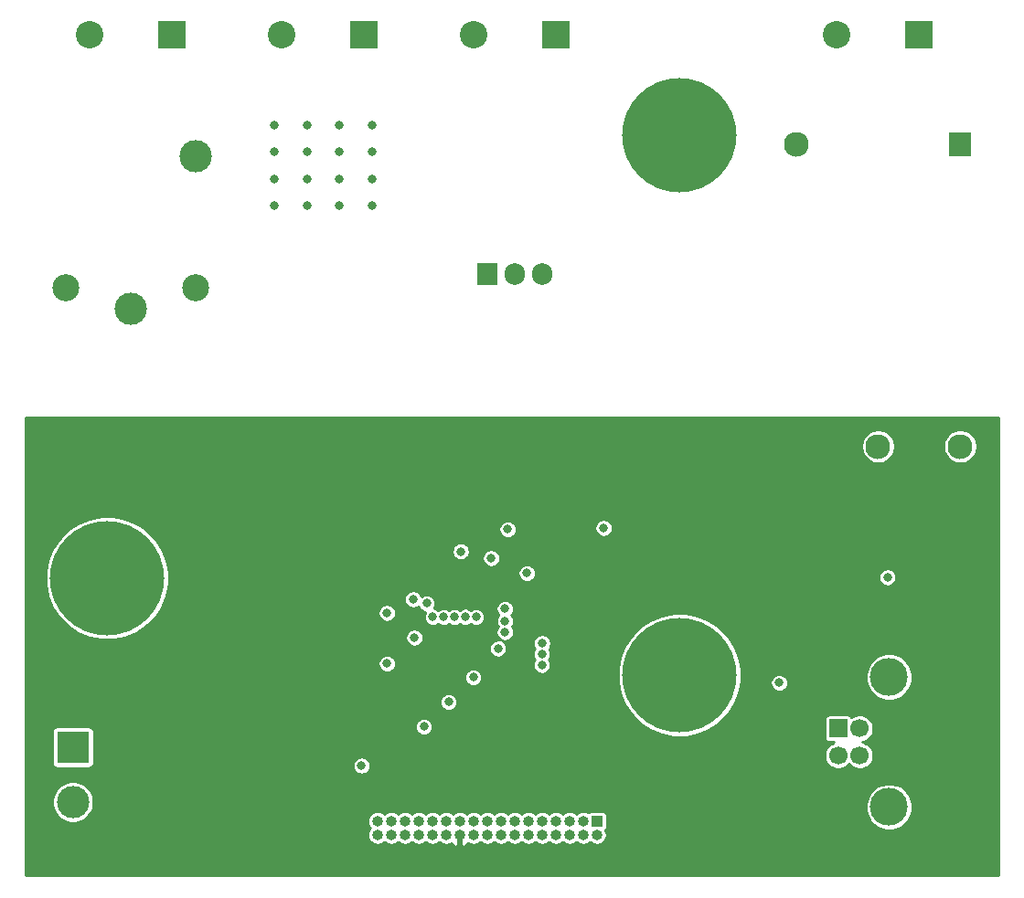
<source format=gbr>
%TF.GenerationSoftware,KiCad,Pcbnew,(5.1.7)-1*%
%TF.CreationDate,2021-04-04T08:26:08+02:00*%
%TF.ProjectId,Reflow_Ofen_V2,5265666c-6f77-45f4-9f66-656e5f56322e,rev?*%
%TF.SameCoordinates,Original*%
%TF.FileFunction,Copper,L2,Inr*%
%TF.FilePolarity,Positive*%
%FSLAX46Y46*%
G04 Gerber Fmt 4.6, Leading zero omitted, Abs format (unit mm)*
G04 Created by KiCad (PCBNEW (5.1.7)-1) date 2021-04-04 08:26:08*
%MOMM*%
%LPD*%
G01*
G04 APERTURE LIST*
%TA.AperFunction,ComponentPad*%
%ADD10O,1.000000X1.000000*%
%TD*%
%TA.AperFunction,ComponentPad*%
%ADD11R,1.000000X1.000000*%
%TD*%
%TA.AperFunction,ComponentPad*%
%ADD12C,2.500000*%
%TD*%
%TA.AperFunction,ComponentPad*%
%ADD13C,3.000000*%
%TD*%
%TA.AperFunction,ComponentPad*%
%ADD14R,1.700000X1.700000*%
%TD*%
%TA.AperFunction,ComponentPad*%
%ADD15C,1.700000*%
%TD*%
%TA.AperFunction,ComponentPad*%
%ADD16C,3.500000*%
%TD*%
%TA.AperFunction,ComponentPad*%
%ADD17R,2.540000X2.540000*%
%TD*%
%TA.AperFunction,ComponentPad*%
%ADD18C,2.540000*%
%TD*%
%TA.AperFunction,ComponentPad*%
%ADD19R,1.905000X2.000000*%
%TD*%
%TA.AperFunction,ComponentPad*%
%ADD20O,1.905000X2.000000*%
%TD*%
%TA.AperFunction,ComponentPad*%
%ADD21C,10.600000*%
%TD*%
%TA.AperFunction,ComponentPad*%
%ADD22C,0.900000*%
%TD*%
%TA.AperFunction,ComponentPad*%
%ADD23C,2.300000*%
%TD*%
%TA.AperFunction,ComponentPad*%
%ADD24R,2.000000X2.300000*%
%TD*%
%TA.AperFunction,ComponentPad*%
%ADD25R,3.000000X3.000000*%
%TD*%
%TA.AperFunction,ViaPad*%
%ADD26C,0.800000*%
%TD*%
%TA.AperFunction,Conductor*%
%ADD27C,0.254000*%
%TD*%
%TA.AperFunction,Conductor*%
%ADD28C,0.100000*%
%TD*%
G04 APERTURE END LIST*
D10*
%TO.N,/STMF415VGT6/MCU_D2*%
%TO.C,J1*%
X80010000Y-114808000D03*
%TO.N,/STMF415VGT6/MCU_D4*%
X80010000Y-113538000D03*
%TO.N,/STMF415VGT6/MCU_D3*%
X81280000Y-114808000D03*
%TO.N,/STMF415VGT6/MCU_D5*%
X81280000Y-113538000D03*
%TO.N,/STMF415VGT6/MCU_NOE*%
X82550000Y-114808000D03*
%TO.N,/STMF415VGT6/MCU_D6*%
X82550000Y-113538000D03*
%TO.N,/STMF415VGT6/MCU_NWE*%
X83820000Y-114808000D03*
%TO.N,/STMF415VGT6/MCU_D7*%
X83820000Y-113538000D03*
%TO.N,/STMF415VGT6/MCU_NE1*%
X85090000Y-114808000D03*
%TO.N,/STMF415VGT6/MCU_D8*%
X85090000Y-113538000D03*
%TO.N,GND*%
X86360000Y-114808000D03*
%TO.N,/STMF415VGT6/MCU_D9*%
X86360000Y-113538000D03*
%TO.N,+3V3*%
X87630000Y-114808000D03*
%TO.N,/STMF415VGT6/MCU_D10*%
X87630000Y-113538000D03*
%TO.N,+5V*%
X88900000Y-114808000D03*
%TO.N,/STMF415VGT6/MCU_D11*%
X88900000Y-113538000D03*
%TO.N,/SPI3_SCLK*%
X90170000Y-114808000D03*
%TO.N,/STMF415VGT6/MCU_D12*%
X90170000Y-113538000D03*
%TO.N,/SPI3_SCLK*%
X91440000Y-114808000D03*
%TO.N,/TOUCH_CS*%
X91440000Y-113538000D03*
%TO.N,/SPI3_MISO*%
X92710000Y-114808000D03*
%TO.N,/TOUCH_IRQ*%
X92710000Y-113538000D03*
%TO.N,/SPI3_MISO*%
X93980000Y-114808000D03*
%TO.N,/SD_CS*%
X93980000Y-113538000D03*
%TO.N,/SPI3_MOSI*%
X95250000Y-114808000D03*
%TO.N,/FLASH_CS*%
X95250000Y-113538000D03*
%TO.N,/SPI3_MOSI*%
X96520000Y-114808000D03*
%TO.N,/STMF415VGT6/MCU_TFT_RST*%
X96520000Y-113538000D03*
%TO.N,/STMF415VGT6/MCU_D1*%
X97790000Y-114808000D03*
%TO.N,/STMF415VGT6/MCU_D13*%
X97790000Y-113538000D03*
%TO.N,/STMF415VGT6/MCU_D0*%
X99060000Y-114808000D03*
%TO.N,/STMF415VGT6/MCU_D14*%
X99060000Y-113538000D03*
%TO.N,/STMF415VGT6/MCU_A16*%
X100330000Y-114808000D03*
D11*
%TO.N,/STMF415VGT6/MCU_D15*%
X100330000Y-113538000D03*
%TD*%
D12*
%TO.N,+5V*%
%TO.C,K1*%
X63200000Y-64090000D03*
D13*
%TO.N,AC_N*%
X63200000Y-51890000D03*
D12*
%TO.N,Net-(D5-Pad2)*%
X51200000Y-64090000D03*
D13*
%TO.N,Net-(CONN_FAN1-Pad2)*%
X57150000Y-66040000D03*
%TD*%
D14*
%TO.N,N/C*%
%TO.C,CONN1*%
X122682000Y-104942000D03*
D15*
%TO.N,/Connectors/USB_D-*%
X122682000Y-107442000D03*
%TO.N,/Connectors/USB_D+*%
X124682000Y-107442000D03*
%TO.N,GND*%
X124682000Y-104942000D03*
D16*
%TO.N,Net-(CONN1-Pad5)*%
X127392000Y-100172000D03*
X127392000Y-112212000D03*
%TD*%
D17*
%TO.N,AC_N*%
%TO.C,CONN_AC1*%
X130175000Y-40640000D03*
D18*
%TO.N,AC_L*%
X122555000Y-40640000D03*
%TD*%
D17*
%TO.N,AC_L*%
%TO.C,CONN_HEATER1*%
X96520000Y-40640000D03*
D18*
%TO.N,Net-(CONN_HEATER1-Pad2)*%
X88900000Y-40640000D03*
%TD*%
%TO.N,Net-(CONN_LIGHT1-Pad2)*%
%TO.C,CONN_LIGHT1*%
X71120000Y-40640000D03*
D17*
%TO.N,AC_L*%
X78740000Y-40640000D03*
%TD*%
%TO.N,AC_L*%
%TO.C,CONN_FAN1*%
X60960000Y-40640000D03*
D18*
%TO.N,Net-(CONN_FAN1-Pad2)*%
X53340000Y-40640000D03*
%TD*%
D19*
%TO.N,AC_N*%
%TO.C,D3*%
X90170000Y-62865000D03*
D20*
%TO.N,Net-(CONN_HEATER1-Pad2)*%
X92710000Y-62865000D03*
%TO.N,Net-(D3-Pad3)*%
X95250000Y-62865000D03*
%TD*%
D21*
%TO.N,Net-(H1-Pad1)*%
%TO.C,H1*%
X55000000Y-91000000D03*
D22*
X58975000Y-91000000D03*
X57810749Y-93810749D03*
X55000000Y-94975000D03*
X52189251Y-93810749D03*
X51025000Y-91000000D03*
X52189251Y-88189251D03*
X55000000Y-87025000D03*
X57810749Y-88189251D03*
%TD*%
%TO.N,Net-(H2-Pad1)*%
%TO.C,H2*%
X110810749Y-47189251D03*
X108000000Y-46025000D03*
X105189251Y-47189251D03*
X104025000Y-50000000D03*
X105189251Y-52810749D03*
X108000000Y-53975000D03*
X110810749Y-52810749D03*
X111975000Y-50000000D03*
D21*
X108000000Y-50000000D03*
%TD*%
%TO.N,Net-(H3-Pad1)*%
%TO.C,H3*%
X108000000Y-100000000D03*
D22*
X111975000Y-100000000D03*
X110810749Y-102810749D03*
X108000000Y-103975000D03*
X105189251Y-102810749D03*
X104025000Y-100000000D03*
X105189251Y-97189251D03*
X108000000Y-96025000D03*
X110810749Y-97189251D03*
%TD*%
D23*
%TO.N,GND*%
%TO.C,PS1*%
X133985000Y-78800000D03*
D24*
%TO.N,AC_N*%
X133985000Y-50800000D03*
D23*
%TO.N,AC_L*%
X118785000Y-50800000D03*
%TO.N,+5V*%
X126385000Y-78800000D03*
%TD*%
D25*
%TO.N,Net-(C20-Pad1)*%
%TO.C,THERMOCOUPLE1*%
X51816000Y-106680000D03*
D13*
%TO.N,Net-(C19-Pad1)*%
X51816000Y-111760000D03*
%TD*%
D26*
%TO.N,+3V3*%
X94996000Y-91440000D03*
X110363000Y-90170000D03*
X106045000Y-80645000D03*
X121793000Y-85217000D03*
X121793000Y-86487000D03*
X121793000Y-89027000D03*
X120396000Y-85217000D03*
X120396000Y-89027000D03*
X119126000Y-85217000D03*
X119126000Y-89027000D03*
X117856000Y-89027000D03*
X117856000Y-85217000D03*
X121793000Y-87757000D03*
X63754000Y-112268000D03*
X79471330Y-109524869D03*
X74763603Y-105533637D03*
X76454000Y-100711000D03*
X75438000Y-97835000D03*
X75438000Y-94996000D03*
X79248000Y-87376000D03*
X92710000Y-107188000D03*
%TO.N,GND*%
X117221000Y-100711000D03*
X92075000Y-86487000D03*
X100965000Y-86360000D03*
X90551000Y-89154000D03*
X93853000Y-90551000D03*
X127254000Y-90932000D03*
X78544847Y-108389847D03*
X80899000Y-94234000D03*
X84582000Y-93345000D03*
X83439000Y-96520000D03*
X80899000Y-98933000D03*
X91186000Y-97536000D03*
X88900000Y-100203000D03*
X86614000Y-102489000D03*
X84328000Y-104775000D03*
%TO.N,/Connectors/CONN_NRST*%
X87733847Y-88532847D03*
X83312000Y-92964000D03*
%TO.N,/SPI3_SCLK*%
X91821000Y-93853000D03*
X95262651Y-97031346D03*
%TO.N,/SPI3_MISO*%
X95250000Y-98044000D03*
X91825653Y-94991347D03*
%TO.N,/SPI3_MOSI*%
X91821000Y-96012000D03*
X95250000Y-99060000D03*
%TO.N,/STMF415VGT6/MCU_D2*%
X89154000Y-94615000D03*
%TO.N,/STMF415VGT6/MCU_D3*%
X88141346Y-94602349D03*
%TO.N,/STMF415VGT6/MCU_NOE*%
X87141444Y-94616524D03*
%TO.N,/STMF415VGT6/MCU_NWE*%
X86141444Y-94614847D03*
%TO.N,/STMF415VGT6/MCU_NE1*%
X85141443Y-94615012D03*
%TO.N,Net-(CONN_LIGHT1-Pad2)*%
X70500000Y-49000000D03*
X73500000Y-49000000D03*
X76500000Y-49000000D03*
X79500000Y-49000000D03*
X70500000Y-51500000D03*
X73500000Y-51500000D03*
X76500000Y-51500000D03*
X79500000Y-51500000D03*
X79500000Y-54000000D03*
X79500000Y-56500000D03*
X76500000Y-56500000D03*
X73500000Y-56500000D03*
X70500000Y-56500000D03*
X70500000Y-54000000D03*
X73500000Y-54000000D03*
X76500000Y-54000000D03*
%TD*%
D27*
%TO.N,+3V3*%
X137548001Y-118548000D02*
X47452000Y-118548000D01*
X47452000Y-111570207D01*
X49889000Y-111570207D01*
X49889000Y-111949793D01*
X49963053Y-112322085D01*
X50108315Y-112672777D01*
X50319201Y-112988391D01*
X50587609Y-113256799D01*
X50903223Y-113467685D01*
X51253915Y-113612947D01*
X51626207Y-113687000D01*
X52005793Y-113687000D01*
X52378085Y-113612947D01*
X52728777Y-113467685D01*
X52760184Y-113446699D01*
X79083000Y-113446699D01*
X79083000Y-113629301D01*
X79118624Y-113808396D01*
X79188504Y-113977099D01*
X79289952Y-114128928D01*
X79334024Y-114173000D01*
X79289952Y-114217072D01*
X79188504Y-114368901D01*
X79118624Y-114537604D01*
X79083000Y-114716699D01*
X79083000Y-114899301D01*
X79118624Y-115078396D01*
X79188504Y-115247099D01*
X79289952Y-115398928D01*
X79419072Y-115528048D01*
X79570901Y-115629496D01*
X79739604Y-115699376D01*
X79918699Y-115735000D01*
X80101301Y-115735000D01*
X80280396Y-115699376D01*
X80449099Y-115629496D01*
X80600928Y-115528048D01*
X80645000Y-115483976D01*
X80689072Y-115528048D01*
X80840901Y-115629496D01*
X81009604Y-115699376D01*
X81188699Y-115735000D01*
X81371301Y-115735000D01*
X81550396Y-115699376D01*
X81719099Y-115629496D01*
X81870928Y-115528048D01*
X81915000Y-115483976D01*
X81959072Y-115528048D01*
X82110901Y-115629496D01*
X82279604Y-115699376D01*
X82458699Y-115735000D01*
X82641301Y-115735000D01*
X82820396Y-115699376D01*
X82989099Y-115629496D01*
X83140928Y-115528048D01*
X83185000Y-115483976D01*
X83229072Y-115528048D01*
X83380901Y-115629496D01*
X83549604Y-115699376D01*
X83728699Y-115735000D01*
X83911301Y-115735000D01*
X84090396Y-115699376D01*
X84259099Y-115629496D01*
X84410928Y-115528048D01*
X84455000Y-115483976D01*
X84499072Y-115528048D01*
X84650901Y-115629496D01*
X84819604Y-115699376D01*
X84998699Y-115735000D01*
X85181301Y-115735000D01*
X85360396Y-115699376D01*
X85529099Y-115629496D01*
X85680928Y-115528048D01*
X85725000Y-115483976D01*
X85769072Y-115528048D01*
X85920901Y-115629496D01*
X86089604Y-115699376D01*
X86268699Y-115735000D01*
X86451301Y-115735000D01*
X86630396Y-115699376D01*
X86799099Y-115629496D01*
X86831730Y-115607693D01*
X86887980Y-115666865D01*
X87069794Y-115795123D01*
X87273136Y-115885446D01*
X87328126Y-115902119D01*
X87503000Y-115775954D01*
X87503000Y-114935000D01*
X87483000Y-114935000D01*
X87483000Y-114681000D01*
X87503000Y-114681000D01*
X87503000Y-114661000D01*
X87757000Y-114661000D01*
X87757000Y-114681000D01*
X87777000Y-114681000D01*
X87777000Y-114935000D01*
X87757000Y-114935000D01*
X87757000Y-115775954D01*
X87931874Y-115902119D01*
X87986864Y-115885446D01*
X88190206Y-115795123D01*
X88372020Y-115666865D01*
X88428270Y-115607693D01*
X88460901Y-115629496D01*
X88629604Y-115699376D01*
X88808699Y-115735000D01*
X88991301Y-115735000D01*
X89170396Y-115699376D01*
X89339099Y-115629496D01*
X89490928Y-115528048D01*
X89535000Y-115483976D01*
X89579072Y-115528048D01*
X89730901Y-115629496D01*
X89899604Y-115699376D01*
X90078699Y-115735000D01*
X90261301Y-115735000D01*
X90440396Y-115699376D01*
X90609099Y-115629496D01*
X90760928Y-115528048D01*
X90805000Y-115483976D01*
X90849072Y-115528048D01*
X91000901Y-115629496D01*
X91169604Y-115699376D01*
X91348699Y-115735000D01*
X91531301Y-115735000D01*
X91710396Y-115699376D01*
X91879099Y-115629496D01*
X92030928Y-115528048D01*
X92075000Y-115483976D01*
X92119072Y-115528048D01*
X92270901Y-115629496D01*
X92439604Y-115699376D01*
X92618699Y-115735000D01*
X92801301Y-115735000D01*
X92980396Y-115699376D01*
X93149099Y-115629496D01*
X93300928Y-115528048D01*
X93345000Y-115483976D01*
X93389072Y-115528048D01*
X93540901Y-115629496D01*
X93709604Y-115699376D01*
X93888699Y-115735000D01*
X94071301Y-115735000D01*
X94250396Y-115699376D01*
X94419099Y-115629496D01*
X94570928Y-115528048D01*
X94615000Y-115483976D01*
X94659072Y-115528048D01*
X94810901Y-115629496D01*
X94979604Y-115699376D01*
X95158699Y-115735000D01*
X95341301Y-115735000D01*
X95520396Y-115699376D01*
X95689099Y-115629496D01*
X95840928Y-115528048D01*
X95885000Y-115483976D01*
X95929072Y-115528048D01*
X96080901Y-115629496D01*
X96249604Y-115699376D01*
X96428699Y-115735000D01*
X96611301Y-115735000D01*
X96790396Y-115699376D01*
X96959099Y-115629496D01*
X97110928Y-115528048D01*
X97155000Y-115483976D01*
X97199072Y-115528048D01*
X97350901Y-115629496D01*
X97519604Y-115699376D01*
X97698699Y-115735000D01*
X97881301Y-115735000D01*
X98060396Y-115699376D01*
X98229099Y-115629496D01*
X98380928Y-115528048D01*
X98425000Y-115483976D01*
X98469072Y-115528048D01*
X98620901Y-115629496D01*
X98789604Y-115699376D01*
X98968699Y-115735000D01*
X99151301Y-115735000D01*
X99330396Y-115699376D01*
X99499099Y-115629496D01*
X99650928Y-115528048D01*
X99695000Y-115483976D01*
X99739072Y-115528048D01*
X99890901Y-115629496D01*
X100059604Y-115699376D01*
X100238699Y-115735000D01*
X100421301Y-115735000D01*
X100600396Y-115699376D01*
X100769099Y-115629496D01*
X100920928Y-115528048D01*
X101050048Y-115398928D01*
X101151496Y-115247099D01*
X101221376Y-115078396D01*
X101257000Y-114899301D01*
X101257000Y-114716699D01*
X101221376Y-114537604D01*
X101151496Y-114368901D01*
X101133216Y-114341542D01*
X101133395Y-114341395D01*
X101186755Y-114276376D01*
X101226405Y-114202196D01*
X101250822Y-114121707D01*
X101259066Y-114038000D01*
X101259066Y-113038000D01*
X101250822Y-112954293D01*
X101226405Y-112873804D01*
X101186755Y-112799624D01*
X101133395Y-112734605D01*
X101068376Y-112681245D01*
X100994196Y-112641595D01*
X100913707Y-112617178D01*
X100830000Y-112608934D01*
X99830000Y-112608934D01*
X99746293Y-112617178D01*
X99665804Y-112641595D01*
X99591624Y-112681245D01*
X99526605Y-112734605D01*
X99526458Y-112734784D01*
X99499099Y-112716504D01*
X99330396Y-112646624D01*
X99151301Y-112611000D01*
X98968699Y-112611000D01*
X98789604Y-112646624D01*
X98620901Y-112716504D01*
X98469072Y-112817952D01*
X98425000Y-112862024D01*
X98380928Y-112817952D01*
X98229099Y-112716504D01*
X98060396Y-112646624D01*
X97881301Y-112611000D01*
X97698699Y-112611000D01*
X97519604Y-112646624D01*
X97350901Y-112716504D01*
X97199072Y-112817952D01*
X97155000Y-112862024D01*
X97110928Y-112817952D01*
X96959099Y-112716504D01*
X96790396Y-112646624D01*
X96611301Y-112611000D01*
X96428699Y-112611000D01*
X96249604Y-112646624D01*
X96080901Y-112716504D01*
X95929072Y-112817952D01*
X95885000Y-112862024D01*
X95840928Y-112817952D01*
X95689099Y-112716504D01*
X95520396Y-112646624D01*
X95341301Y-112611000D01*
X95158699Y-112611000D01*
X94979604Y-112646624D01*
X94810901Y-112716504D01*
X94659072Y-112817952D01*
X94615000Y-112862024D01*
X94570928Y-112817952D01*
X94419099Y-112716504D01*
X94250396Y-112646624D01*
X94071301Y-112611000D01*
X93888699Y-112611000D01*
X93709604Y-112646624D01*
X93540901Y-112716504D01*
X93389072Y-112817952D01*
X93345000Y-112862024D01*
X93300928Y-112817952D01*
X93149099Y-112716504D01*
X92980396Y-112646624D01*
X92801301Y-112611000D01*
X92618699Y-112611000D01*
X92439604Y-112646624D01*
X92270901Y-112716504D01*
X92119072Y-112817952D01*
X92075000Y-112862024D01*
X92030928Y-112817952D01*
X91879099Y-112716504D01*
X91710396Y-112646624D01*
X91531301Y-112611000D01*
X91348699Y-112611000D01*
X91169604Y-112646624D01*
X91000901Y-112716504D01*
X90849072Y-112817952D01*
X90805000Y-112862024D01*
X90760928Y-112817952D01*
X90609099Y-112716504D01*
X90440396Y-112646624D01*
X90261301Y-112611000D01*
X90078699Y-112611000D01*
X89899604Y-112646624D01*
X89730901Y-112716504D01*
X89579072Y-112817952D01*
X89535000Y-112862024D01*
X89490928Y-112817952D01*
X89339099Y-112716504D01*
X89170396Y-112646624D01*
X88991301Y-112611000D01*
X88808699Y-112611000D01*
X88629604Y-112646624D01*
X88460901Y-112716504D01*
X88309072Y-112817952D01*
X88265000Y-112862024D01*
X88220928Y-112817952D01*
X88069099Y-112716504D01*
X87900396Y-112646624D01*
X87721301Y-112611000D01*
X87538699Y-112611000D01*
X87359604Y-112646624D01*
X87190901Y-112716504D01*
X87039072Y-112817952D01*
X86995000Y-112862024D01*
X86950928Y-112817952D01*
X86799099Y-112716504D01*
X86630396Y-112646624D01*
X86451301Y-112611000D01*
X86268699Y-112611000D01*
X86089604Y-112646624D01*
X85920901Y-112716504D01*
X85769072Y-112817952D01*
X85725000Y-112862024D01*
X85680928Y-112817952D01*
X85529099Y-112716504D01*
X85360396Y-112646624D01*
X85181301Y-112611000D01*
X84998699Y-112611000D01*
X84819604Y-112646624D01*
X84650901Y-112716504D01*
X84499072Y-112817952D01*
X84455000Y-112862024D01*
X84410928Y-112817952D01*
X84259099Y-112716504D01*
X84090396Y-112646624D01*
X83911301Y-112611000D01*
X83728699Y-112611000D01*
X83549604Y-112646624D01*
X83380901Y-112716504D01*
X83229072Y-112817952D01*
X83185000Y-112862024D01*
X83140928Y-112817952D01*
X82989099Y-112716504D01*
X82820396Y-112646624D01*
X82641301Y-112611000D01*
X82458699Y-112611000D01*
X82279604Y-112646624D01*
X82110901Y-112716504D01*
X81959072Y-112817952D01*
X81915000Y-112862024D01*
X81870928Y-112817952D01*
X81719099Y-112716504D01*
X81550396Y-112646624D01*
X81371301Y-112611000D01*
X81188699Y-112611000D01*
X81009604Y-112646624D01*
X80840901Y-112716504D01*
X80689072Y-112817952D01*
X80645000Y-112862024D01*
X80600928Y-112817952D01*
X80449099Y-112716504D01*
X80280396Y-112646624D01*
X80101301Y-112611000D01*
X79918699Y-112611000D01*
X79739604Y-112646624D01*
X79570901Y-112716504D01*
X79419072Y-112817952D01*
X79289952Y-112947072D01*
X79188504Y-113098901D01*
X79118624Y-113267604D01*
X79083000Y-113446699D01*
X52760184Y-113446699D01*
X53044391Y-113256799D01*
X53312799Y-112988391D01*
X53523685Y-112672777D01*
X53668947Y-112322085D01*
X53733493Y-111997584D01*
X125215000Y-111997584D01*
X125215000Y-112426416D01*
X125298660Y-112847008D01*
X125462767Y-113243196D01*
X125701013Y-113599757D01*
X126004243Y-113902987D01*
X126360804Y-114141233D01*
X126756992Y-114305340D01*
X127177584Y-114389000D01*
X127606416Y-114389000D01*
X128027008Y-114305340D01*
X128423196Y-114141233D01*
X128779757Y-113902987D01*
X129082987Y-113599757D01*
X129321233Y-113243196D01*
X129485340Y-112847008D01*
X129569000Y-112426416D01*
X129569000Y-111997584D01*
X129485340Y-111576992D01*
X129321233Y-111180804D01*
X129082987Y-110824243D01*
X128779757Y-110521013D01*
X128423196Y-110282767D01*
X128027008Y-110118660D01*
X127606416Y-110035000D01*
X127177584Y-110035000D01*
X126756992Y-110118660D01*
X126360804Y-110282767D01*
X126004243Y-110521013D01*
X125701013Y-110824243D01*
X125462767Y-111180804D01*
X125298660Y-111576992D01*
X125215000Y-111997584D01*
X53733493Y-111997584D01*
X53743000Y-111949793D01*
X53743000Y-111570207D01*
X53668947Y-111197915D01*
X53523685Y-110847223D01*
X53312799Y-110531609D01*
X53044391Y-110263201D01*
X52728777Y-110052315D01*
X52378085Y-109907053D01*
X52005793Y-109833000D01*
X51626207Y-109833000D01*
X51253915Y-109907053D01*
X50903223Y-110052315D01*
X50587609Y-110263201D01*
X50319201Y-110531609D01*
X50108315Y-110847223D01*
X49963053Y-111197915D01*
X49889000Y-111570207D01*
X47452000Y-111570207D01*
X47452000Y-105180000D01*
X49886934Y-105180000D01*
X49886934Y-108180000D01*
X49895178Y-108263707D01*
X49919595Y-108344196D01*
X49959245Y-108418376D01*
X50012605Y-108483395D01*
X50077624Y-108536755D01*
X50151804Y-108576405D01*
X50232293Y-108600822D01*
X50316000Y-108609066D01*
X53316000Y-108609066D01*
X53399707Y-108600822D01*
X53480196Y-108576405D01*
X53554376Y-108536755D01*
X53619395Y-108483395D01*
X53672755Y-108418376D01*
X53712405Y-108344196D01*
X53723265Y-108308395D01*
X77717847Y-108308395D01*
X77717847Y-108471299D01*
X77749629Y-108631074D01*
X77811970Y-108781578D01*
X77902475Y-108917028D01*
X78017666Y-109032219D01*
X78153116Y-109122724D01*
X78303620Y-109185065D01*
X78463395Y-109216847D01*
X78626299Y-109216847D01*
X78786074Y-109185065D01*
X78936578Y-109122724D01*
X79072028Y-109032219D01*
X79187219Y-108917028D01*
X79277724Y-108781578D01*
X79340065Y-108631074D01*
X79371847Y-108471299D01*
X79371847Y-108308395D01*
X79340065Y-108148620D01*
X79277724Y-107998116D01*
X79187219Y-107862666D01*
X79072028Y-107747475D01*
X78936578Y-107656970D01*
X78786074Y-107594629D01*
X78626299Y-107562847D01*
X78463395Y-107562847D01*
X78303620Y-107594629D01*
X78153116Y-107656970D01*
X78017666Y-107747475D01*
X77902475Y-107862666D01*
X77811970Y-107998116D01*
X77749629Y-108148620D01*
X77717847Y-108308395D01*
X53723265Y-108308395D01*
X53736822Y-108263707D01*
X53745066Y-108180000D01*
X53745066Y-105180000D01*
X53736822Y-105096293D01*
X53712405Y-105015804D01*
X53672755Y-104941624D01*
X53619395Y-104876605D01*
X53554376Y-104823245D01*
X53480196Y-104783595D01*
X53399707Y-104759178D01*
X53316000Y-104750934D01*
X50316000Y-104750934D01*
X50232293Y-104759178D01*
X50151804Y-104783595D01*
X50077624Y-104823245D01*
X50012605Y-104876605D01*
X49959245Y-104941624D01*
X49919595Y-105015804D01*
X49895178Y-105096293D01*
X49886934Y-105180000D01*
X47452000Y-105180000D01*
X47452000Y-104693548D01*
X83501000Y-104693548D01*
X83501000Y-104856452D01*
X83532782Y-105016227D01*
X83595123Y-105166731D01*
X83685628Y-105302181D01*
X83800819Y-105417372D01*
X83936269Y-105507877D01*
X84086773Y-105570218D01*
X84246548Y-105602000D01*
X84409452Y-105602000D01*
X84569227Y-105570218D01*
X84719731Y-105507877D01*
X84855181Y-105417372D01*
X84970372Y-105302181D01*
X85060877Y-105166731D01*
X85123218Y-105016227D01*
X85155000Y-104856452D01*
X85155000Y-104693548D01*
X85123218Y-104533773D01*
X85060877Y-104383269D01*
X84970372Y-104247819D01*
X84855181Y-104132628D01*
X84719731Y-104042123D01*
X84569227Y-103979782D01*
X84409452Y-103948000D01*
X84246548Y-103948000D01*
X84086773Y-103979782D01*
X83936269Y-104042123D01*
X83800819Y-104132628D01*
X83685628Y-104247819D01*
X83595123Y-104383269D01*
X83532782Y-104533773D01*
X83501000Y-104693548D01*
X47452000Y-104693548D01*
X47452000Y-102407548D01*
X85787000Y-102407548D01*
X85787000Y-102570452D01*
X85818782Y-102730227D01*
X85881123Y-102880731D01*
X85971628Y-103016181D01*
X86086819Y-103131372D01*
X86222269Y-103221877D01*
X86372773Y-103284218D01*
X86532548Y-103316000D01*
X86695452Y-103316000D01*
X86855227Y-103284218D01*
X87005731Y-103221877D01*
X87141181Y-103131372D01*
X87256372Y-103016181D01*
X87346877Y-102880731D01*
X87409218Y-102730227D01*
X87441000Y-102570452D01*
X87441000Y-102407548D01*
X87409218Y-102247773D01*
X87346877Y-102097269D01*
X87256372Y-101961819D01*
X87141181Y-101846628D01*
X87005731Y-101756123D01*
X86855227Y-101693782D01*
X86695452Y-101662000D01*
X86532548Y-101662000D01*
X86372773Y-101693782D01*
X86222269Y-101756123D01*
X86086819Y-101846628D01*
X85971628Y-101961819D01*
X85881123Y-102097269D01*
X85818782Y-102247773D01*
X85787000Y-102407548D01*
X47452000Y-102407548D01*
X47452000Y-100121548D01*
X88073000Y-100121548D01*
X88073000Y-100284452D01*
X88104782Y-100444227D01*
X88167123Y-100594731D01*
X88257628Y-100730181D01*
X88372819Y-100845372D01*
X88508269Y-100935877D01*
X88658773Y-100998218D01*
X88818548Y-101030000D01*
X88981452Y-101030000D01*
X89141227Y-100998218D01*
X89291731Y-100935877D01*
X89427181Y-100845372D01*
X89542372Y-100730181D01*
X89632877Y-100594731D01*
X89695218Y-100444227D01*
X89727000Y-100284452D01*
X89727000Y-100121548D01*
X89695218Y-99961773D01*
X89632877Y-99811269D01*
X89542372Y-99675819D01*
X89427181Y-99560628D01*
X89291731Y-99470123D01*
X89141227Y-99407782D01*
X88981452Y-99376000D01*
X88818548Y-99376000D01*
X88658773Y-99407782D01*
X88508269Y-99470123D01*
X88372819Y-99560628D01*
X88257628Y-99675819D01*
X88167123Y-99811269D01*
X88104782Y-99961773D01*
X88073000Y-100121548D01*
X47452000Y-100121548D01*
X47452000Y-98851548D01*
X80072000Y-98851548D01*
X80072000Y-99014452D01*
X80103782Y-99174227D01*
X80166123Y-99324731D01*
X80256628Y-99460181D01*
X80371819Y-99575372D01*
X80507269Y-99665877D01*
X80657773Y-99728218D01*
X80817548Y-99760000D01*
X80980452Y-99760000D01*
X81140227Y-99728218D01*
X81290731Y-99665877D01*
X81426181Y-99575372D01*
X81541372Y-99460181D01*
X81631877Y-99324731D01*
X81694218Y-99174227D01*
X81726000Y-99014452D01*
X81726000Y-98851548D01*
X81694218Y-98691773D01*
X81631877Y-98541269D01*
X81541372Y-98405819D01*
X81426181Y-98290628D01*
X81290731Y-98200123D01*
X81140227Y-98137782D01*
X80980452Y-98106000D01*
X80817548Y-98106000D01*
X80657773Y-98137782D01*
X80507269Y-98200123D01*
X80371819Y-98290628D01*
X80256628Y-98405819D01*
X80166123Y-98541269D01*
X80103782Y-98691773D01*
X80072000Y-98851548D01*
X47452000Y-98851548D01*
X47452000Y-97454548D01*
X90359000Y-97454548D01*
X90359000Y-97617452D01*
X90390782Y-97777227D01*
X90453123Y-97927731D01*
X90543628Y-98063181D01*
X90658819Y-98178372D01*
X90794269Y-98268877D01*
X90944773Y-98331218D01*
X91104548Y-98363000D01*
X91267452Y-98363000D01*
X91427227Y-98331218D01*
X91577731Y-98268877D01*
X91713181Y-98178372D01*
X91828372Y-98063181D01*
X91895612Y-97962548D01*
X94423000Y-97962548D01*
X94423000Y-98125452D01*
X94454782Y-98285227D01*
X94517123Y-98435731D01*
X94594812Y-98552000D01*
X94517123Y-98668269D01*
X94454782Y-98818773D01*
X94423000Y-98978548D01*
X94423000Y-99141452D01*
X94454782Y-99301227D01*
X94517123Y-99451731D01*
X94607628Y-99587181D01*
X94722819Y-99702372D01*
X94858269Y-99792877D01*
X95008773Y-99855218D01*
X95168548Y-99887000D01*
X95331452Y-99887000D01*
X95491227Y-99855218D01*
X95641731Y-99792877D01*
X95777181Y-99702372D01*
X95892372Y-99587181D01*
X95982877Y-99451731D01*
X95989417Y-99435940D01*
X102273000Y-99435940D01*
X102273000Y-100564060D01*
X102493085Y-101670504D01*
X102924798Y-102712752D01*
X103551548Y-103650750D01*
X104349250Y-104448452D01*
X105287248Y-105075202D01*
X106329496Y-105506915D01*
X107435940Y-105727000D01*
X108564060Y-105727000D01*
X109670504Y-105506915D01*
X110712752Y-105075202D01*
X111650750Y-104448452D01*
X112007202Y-104092000D01*
X121402934Y-104092000D01*
X121402934Y-105792000D01*
X121411178Y-105875707D01*
X121435595Y-105956196D01*
X121475245Y-106030376D01*
X121528605Y-106095395D01*
X121593624Y-106148755D01*
X121667804Y-106188405D01*
X121748293Y-106212822D01*
X121832000Y-106221066D01*
X122292633Y-106221066D01*
X122077114Y-106310337D01*
X121867960Y-106450089D01*
X121690089Y-106627960D01*
X121550337Y-106837114D01*
X121454074Y-107069513D01*
X121405000Y-107316226D01*
X121405000Y-107567774D01*
X121454074Y-107814487D01*
X121550337Y-108046886D01*
X121690089Y-108256040D01*
X121867960Y-108433911D01*
X122077114Y-108573663D01*
X122309513Y-108669926D01*
X122556226Y-108719000D01*
X122807774Y-108719000D01*
X123054487Y-108669926D01*
X123286886Y-108573663D01*
X123496040Y-108433911D01*
X123673911Y-108256040D01*
X123682000Y-108243934D01*
X123690089Y-108256040D01*
X123867960Y-108433911D01*
X124077114Y-108573663D01*
X124309513Y-108669926D01*
X124556226Y-108719000D01*
X124807774Y-108719000D01*
X125054487Y-108669926D01*
X125286886Y-108573663D01*
X125496040Y-108433911D01*
X125673911Y-108256040D01*
X125813663Y-108046886D01*
X125909926Y-107814487D01*
X125959000Y-107567774D01*
X125959000Y-107316226D01*
X125909926Y-107069513D01*
X125813663Y-106837114D01*
X125673911Y-106627960D01*
X125496040Y-106450089D01*
X125286886Y-106310337D01*
X125054487Y-106214074D01*
X124943513Y-106192000D01*
X125054487Y-106169926D01*
X125286886Y-106073663D01*
X125496040Y-105933911D01*
X125673911Y-105756040D01*
X125813663Y-105546886D01*
X125909926Y-105314487D01*
X125959000Y-105067774D01*
X125959000Y-104816226D01*
X125909926Y-104569513D01*
X125813663Y-104337114D01*
X125673911Y-104127960D01*
X125496040Y-103950089D01*
X125286886Y-103810337D01*
X125054487Y-103714074D01*
X124807774Y-103665000D01*
X124556226Y-103665000D01*
X124309513Y-103714074D01*
X124077114Y-103810337D01*
X123921275Y-103914465D01*
X123888755Y-103853624D01*
X123835395Y-103788605D01*
X123770376Y-103735245D01*
X123696196Y-103695595D01*
X123615707Y-103671178D01*
X123532000Y-103662934D01*
X121832000Y-103662934D01*
X121748293Y-103671178D01*
X121667804Y-103695595D01*
X121593624Y-103735245D01*
X121528605Y-103788605D01*
X121475245Y-103853624D01*
X121435595Y-103927804D01*
X121411178Y-104008293D01*
X121402934Y-104092000D01*
X112007202Y-104092000D01*
X112448452Y-103650750D01*
X113075202Y-102712752D01*
X113506915Y-101670504D01*
X113713973Y-100629548D01*
X116394000Y-100629548D01*
X116394000Y-100792452D01*
X116425782Y-100952227D01*
X116488123Y-101102731D01*
X116578628Y-101238181D01*
X116693819Y-101353372D01*
X116829269Y-101443877D01*
X116979773Y-101506218D01*
X117139548Y-101538000D01*
X117302452Y-101538000D01*
X117462227Y-101506218D01*
X117612731Y-101443877D01*
X117748181Y-101353372D01*
X117863372Y-101238181D01*
X117953877Y-101102731D01*
X118016218Y-100952227D01*
X118048000Y-100792452D01*
X118048000Y-100629548D01*
X118016218Y-100469773D01*
X117953877Y-100319269D01*
X117863372Y-100183819D01*
X117748181Y-100068628D01*
X117612731Y-99978123D01*
X117563146Y-99957584D01*
X125215000Y-99957584D01*
X125215000Y-100386416D01*
X125298660Y-100807008D01*
X125462767Y-101203196D01*
X125701013Y-101559757D01*
X126004243Y-101862987D01*
X126360804Y-102101233D01*
X126756992Y-102265340D01*
X127177584Y-102349000D01*
X127606416Y-102349000D01*
X128027008Y-102265340D01*
X128423196Y-102101233D01*
X128779757Y-101862987D01*
X129082987Y-101559757D01*
X129321233Y-101203196D01*
X129485340Y-100807008D01*
X129569000Y-100386416D01*
X129569000Y-99957584D01*
X129485340Y-99536992D01*
X129321233Y-99140804D01*
X129082987Y-98784243D01*
X128779757Y-98481013D01*
X128423196Y-98242767D01*
X128027008Y-98078660D01*
X127606416Y-97995000D01*
X127177584Y-97995000D01*
X126756992Y-98078660D01*
X126360804Y-98242767D01*
X126004243Y-98481013D01*
X125701013Y-98784243D01*
X125462767Y-99140804D01*
X125298660Y-99536992D01*
X125215000Y-99957584D01*
X117563146Y-99957584D01*
X117462227Y-99915782D01*
X117302452Y-99884000D01*
X117139548Y-99884000D01*
X116979773Y-99915782D01*
X116829269Y-99978123D01*
X116693819Y-100068628D01*
X116578628Y-100183819D01*
X116488123Y-100319269D01*
X116425782Y-100469773D01*
X116394000Y-100629548D01*
X113713973Y-100629548D01*
X113727000Y-100564060D01*
X113727000Y-99435940D01*
X113506915Y-98329496D01*
X113075202Y-97287248D01*
X112448452Y-96349250D01*
X111650750Y-95551548D01*
X110712752Y-94924798D01*
X109670504Y-94493085D01*
X108564060Y-94273000D01*
X107435940Y-94273000D01*
X106329496Y-94493085D01*
X105287248Y-94924798D01*
X104349250Y-95551548D01*
X103551548Y-96349250D01*
X102924798Y-97287248D01*
X102493085Y-98329496D01*
X102273000Y-99435940D01*
X95989417Y-99435940D01*
X96045218Y-99301227D01*
X96077000Y-99141452D01*
X96077000Y-98978548D01*
X96045218Y-98818773D01*
X95982877Y-98668269D01*
X95905188Y-98552000D01*
X95982877Y-98435731D01*
X96045218Y-98285227D01*
X96077000Y-98125452D01*
X96077000Y-97962548D01*
X96045218Y-97802773D01*
X95982877Y-97652269D01*
X95912632Y-97547140D01*
X95995528Y-97423077D01*
X96057869Y-97272573D01*
X96089651Y-97112798D01*
X96089651Y-96949894D01*
X96057869Y-96790119D01*
X95995528Y-96639615D01*
X95905023Y-96504165D01*
X95789832Y-96388974D01*
X95654382Y-96298469D01*
X95503878Y-96236128D01*
X95344103Y-96204346D01*
X95181199Y-96204346D01*
X95021424Y-96236128D01*
X94870920Y-96298469D01*
X94735470Y-96388974D01*
X94620279Y-96504165D01*
X94529774Y-96639615D01*
X94467433Y-96790119D01*
X94435651Y-96949894D01*
X94435651Y-97112798D01*
X94467433Y-97272573D01*
X94529774Y-97423077D01*
X94600019Y-97528206D01*
X94517123Y-97652269D01*
X94454782Y-97802773D01*
X94423000Y-97962548D01*
X91895612Y-97962548D01*
X91918877Y-97927731D01*
X91981218Y-97777227D01*
X92013000Y-97617452D01*
X92013000Y-97454548D01*
X91981218Y-97294773D01*
X91918877Y-97144269D01*
X91828372Y-97008819D01*
X91713181Y-96893628D01*
X91585592Y-96808375D01*
X91739548Y-96839000D01*
X91902452Y-96839000D01*
X92062227Y-96807218D01*
X92212731Y-96744877D01*
X92348181Y-96654372D01*
X92463372Y-96539181D01*
X92553877Y-96403731D01*
X92616218Y-96253227D01*
X92648000Y-96093452D01*
X92648000Y-95930548D01*
X92616218Y-95770773D01*
X92553877Y-95620269D01*
X92476960Y-95505155D01*
X92558530Y-95383078D01*
X92620871Y-95232574D01*
X92652653Y-95072799D01*
X92652653Y-94909895D01*
X92620871Y-94750120D01*
X92558530Y-94599616D01*
X92468025Y-94464166D01*
X92423706Y-94419847D01*
X92463372Y-94380181D01*
X92553877Y-94244731D01*
X92616218Y-94094227D01*
X92648000Y-93934452D01*
X92648000Y-93771548D01*
X92616218Y-93611773D01*
X92553877Y-93461269D01*
X92463372Y-93325819D01*
X92348181Y-93210628D01*
X92212731Y-93120123D01*
X92062227Y-93057782D01*
X91902452Y-93026000D01*
X91739548Y-93026000D01*
X91579773Y-93057782D01*
X91429269Y-93120123D01*
X91293819Y-93210628D01*
X91178628Y-93325819D01*
X91088123Y-93461269D01*
X91025782Y-93611773D01*
X90994000Y-93771548D01*
X90994000Y-93934452D01*
X91025782Y-94094227D01*
X91088123Y-94244731D01*
X91178628Y-94380181D01*
X91222947Y-94424500D01*
X91183281Y-94464166D01*
X91092776Y-94599616D01*
X91030435Y-94750120D01*
X90998653Y-94909895D01*
X90998653Y-95072799D01*
X91030435Y-95232574D01*
X91092776Y-95383078D01*
X91169693Y-95498192D01*
X91088123Y-95620269D01*
X91025782Y-95770773D01*
X90994000Y-95930548D01*
X90994000Y-96093452D01*
X91025782Y-96253227D01*
X91088123Y-96403731D01*
X91178628Y-96539181D01*
X91293819Y-96654372D01*
X91421408Y-96739625D01*
X91267452Y-96709000D01*
X91104548Y-96709000D01*
X90944773Y-96740782D01*
X90794269Y-96803123D01*
X90658819Y-96893628D01*
X90543628Y-97008819D01*
X90453123Y-97144269D01*
X90390782Y-97294773D01*
X90359000Y-97454548D01*
X47452000Y-97454548D01*
X47452000Y-90435940D01*
X49273000Y-90435940D01*
X49273000Y-91564060D01*
X49493085Y-92670504D01*
X49924798Y-93712752D01*
X50551548Y-94650750D01*
X51349250Y-95448452D01*
X52287248Y-96075202D01*
X53329496Y-96506915D01*
X54435940Y-96727000D01*
X55564060Y-96727000D01*
X56670504Y-96506915D01*
X56835556Y-96438548D01*
X82612000Y-96438548D01*
X82612000Y-96601452D01*
X82643782Y-96761227D01*
X82706123Y-96911731D01*
X82796628Y-97047181D01*
X82911819Y-97162372D01*
X83047269Y-97252877D01*
X83197773Y-97315218D01*
X83357548Y-97347000D01*
X83520452Y-97347000D01*
X83680227Y-97315218D01*
X83830731Y-97252877D01*
X83966181Y-97162372D01*
X84081372Y-97047181D01*
X84171877Y-96911731D01*
X84234218Y-96761227D01*
X84266000Y-96601452D01*
X84266000Y-96438548D01*
X84234218Y-96278773D01*
X84171877Y-96128269D01*
X84081372Y-95992819D01*
X83966181Y-95877628D01*
X83830731Y-95787123D01*
X83680227Y-95724782D01*
X83520452Y-95693000D01*
X83357548Y-95693000D01*
X83197773Y-95724782D01*
X83047269Y-95787123D01*
X82911819Y-95877628D01*
X82796628Y-95992819D01*
X82706123Y-96128269D01*
X82643782Y-96278773D01*
X82612000Y-96438548D01*
X56835556Y-96438548D01*
X57712752Y-96075202D01*
X58650750Y-95448452D01*
X59448452Y-94650750D01*
X59781339Y-94152548D01*
X80072000Y-94152548D01*
X80072000Y-94315452D01*
X80103782Y-94475227D01*
X80166123Y-94625731D01*
X80256628Y-94761181D01*
X80371819Y-94876372D01*
X80507269Y-94966877D01*
X80657773Y-95029218D01*
X80817548Y-95061000D01*
X80980452Y-95061000D01*
X81140227Y-95029218D01*
X81290731Y-94966877D01*
X81426181Y-94876372D01*
X81541372Y-94761181D01*
X81631877Y-94625731D01*
X81694218Y-94475227D01*
X81726000Y-94315452D01*
X81726000Y-94152548D01*
X81694218Y-93992773D01*
X81631877Y-93842269D01*
X81541372Y-93706819D01*
X81426181Y-93591628D01*
X81290731Y-93501123D01*
X81140227Y-93438782D01*
X80980452Y-93407000D01*
X80817548Y-93407000D01*
X80657773Y-93438782D01*
X80507269Y-93501123D01*
X80371819Y-93591628D01*
X80256628Y-93706819D01*
X80166123Y-93842269D01*
X80103782Y-93992773D01*
X80072000Y-94152548D01*
X59781339Y-94152548D01*
X60075202Y-93712752D01*
X60419083Y-92882548D01*
X82485000Y-92882548D01*
X82485000Y-93045452D01*
X82516782Y-93205227D01*
X82579123Y-93355731D01*
X82669628Y-93491181D01*
X82784819Y-93606372D01*
X82920269Y-93696877D01*
X83070773Y-93759218D01*
X83230548Y-93791000D01*
X83393452Y-93791000D01*
X83553227Y-93759218D01*
X83703731Y-93696877D01*
X83804676Y-93629427D01*
X83849123Y-93736731D01*
X83939628Y-93872181D01*
X84054819Y-93987372D01*
X84190269Y-94077877D01*
X84340773Y-94140218D01*
X84449602Y-94161866D01*
X84408566Y-94223281D01*
X84346225Y-94373785D01*
X84314443Y-94533560D01*
X84314443Y-94696464D01*
X84346225Y-94856239D01*
X84408566Y-95006743D01*
X84499071Y-95142193D01*
X84614262Y-95257384D01*
X84749712Y-95347889D01*
X84900216Y-95410230D01*
X85059991Y-95442012D01*
X85222895Y-95442012D01*
X85382670Y-95410230D01*
X85533174Y-95347889D01*
X85641567Y-95275463D01*
X85749713Y-95347724D01*
X85900217Y-95410065D01*
X86059992Y-95441847D01*
X86222896Y-95441847D01*
X86382671Y-95410065D01*
X86533175Y-95347724D01*
X86640189Y-95276219D01*
X86749713Y-95349401D01*
X86900217Y-95411742D01*
X87059992Y-95443524D01*
X87222896Y-95443524D01*
X87382671Y-95411742D01*
X87533175Y-95349401D01*
X87652002Y-95270003D01*
X87749615Y-95335226D01*
X87900119Y-95397567D01*
X88059894Y-95429349D01*
X88222798Y-95429349D01*
X88382573Y-95397567D01*
X88533077Y-95335226D01*
X88638206Y-95264981D01*
X88762269Y-95347877D01*
X88912773Y-95410218D01*
X89072548Y-95442000D01*
X89235452Y-95442000D01*
X89395227Y-95410218D01*
X89545731Y-95347877D01*
X89681181Y-95257372D01*
X89796372Y-95142181D01*
X89886877Y-95006731D01*
X89949218Y-94856227D01*
X89981000Y-94696452D01*
X89981000Y-94533548D01*
X89949218Y-94373773D01*
X89886877Y-94223269D01*
X89796372Y-94087819D01*
X89681181Y-93972628D01*
X89545731Y-93882123D01*
X89395227Y-93819782D01*
X89235452Y-93788000D01*
X89072548Y-93788000D01*
X88912773Y-93819782D01*
X88762269Y-93882123D01*
X88657140Y-93952368D01*
X88533077Y-93869472D01*
X88382573Y-93807131D01*
X88222798Y-93775349D01*
X88059894Y-93775349D01*
X87900119Y-93807131D01*
X87749615Y-93869472D01*
X87630788Y-93948870D01*
X87533175Y-93883647D01*
X87382671Y-93821306D01*
X87222896Y-93789524D01*
X87059992Y-93789524D01*
X86900217Y-93821306D01*
X86749713Y-93883647D01*
X86642699Y-93955152D01*
X86533175Y-93881970D01*
X86382671Y-93819629D01*
X86222896Y-93787847D01*
X86059992Y-93787847D01*
X85900217Y-93819629D01*
X85749713Y-93881970D01*
X85641320Y-93954396D01*
X85533174Y-93882135D01*
X85382670Y-93819794D01*
X85273841Y-93798146D01*
X85314877Y-93736731D01*
X85377218Y-93586227D01*
X85409000Y-93426452D01*
X85409000Y-93263548D01*
X85377218Y-93103773D01*
X85314877Y-92953269D01*
X85224372Y-92817819D01*
X85109181Y-92702628D01*
X84973731Y-92612123D01*
X84823227Y-92549782D01*
X84663452Y-92518000D01*
X84500548Y-92518000D01*
X84340773Y-92549782D01*
X84190269Y-92612123D01*
X84089324Y-92679573D01*
X84044877Y-92572269D01*
X83954372Y-92436819D01*
X83839181Y-92321628D01*
X83703731Y-92231123D01*
X83553227Y-92168782D01*
X83393452Y-92137000D01*
X83230548Y-92137000D01*
X83070773Y-92168782D01*
X82920269Y-92231123D01*
X82784819Y-92321628D01*
X82669628Y-92436819D01*
X82579123Y-92572269D01*
X82516782Y-92722773D01*
X82485000Y-92882548D01*
X60419083Y-92882548D01*
X60506915Y-92670504D01*
X60727000Y-91564060D01*
X60727000Y-90469548D01*
X93026000Y-90469548D01*
X93026000Y-90632452D01*
X93057782Y-90792227D01*
X93120123Y-90942731D01*
X93210628Y-91078181D01*
X93325819Y-91193372D01*
X93461269Y-91283877D01*
X93611773Y-91346218D01*
X93771548Y-91378000D01*
X93934452Y-91378000D01*
X94094227Y-91346218D01*
X94244731Y-91283877D01*
X94380181Y-91193372D01*
X94495372Y-91078181D01*
X94585877Y-90942731D01*
X94624060Y-90850548D01*
X126427000Y-90850548D01*
X126427000Y-91013452D01*
X126458782Y-91173227D01*
X126521123Y-91323731D01*
X126611628Y-91459181D01*
X126726819Y-91574372D01*
X126862269Y-91664877D01*
X127012773Y-91727218D01*
X127172548Y-91759000D01*
X127335452Y-91759000D01*
X127495227Y-91727218D01*
X127645731Y-91664877D01*
X127781181Y-91574372D01*
X127896372Y-91459181D01*
X127986877Y-91323731D01*
X128049218Y-91173227D01*
X128081000Y-91013452D01*
X128081000Y-90850548D01*
X128049218Y-90690773D01*
X127986877Y-90540269D01*
X127896372Y-90404819D01*
X127781181Y-90289628D01*
X127645731Y-90199123D01*
X127495227Y-90136782D01*
X127335452Y-90105000D01*
X127172548Y-90105000D01*
X127012773Y-90136782D01*
X126862269Y-90199123D01*
X126726819Y-90289628D01*
X126611628Y-90404819D01*
X126521123Y-90540269D01*
X126458782Y-90690773D01*
X126427000Y-90850548D01*
X94624060Y-90850548D01*
X94648218Y-90792227D01*
X94680000Y-90632452D01*
X94680000Y-90469548D01*
X94648218Y-90309773D01*
X94585877Y-90159269D01*
X94495372Y-90023819D01*
X94380181Y-89908628D01*
X94244731Y-89818123D01*
X94094227Y-89755782D01*
X93934452Y-89724000D01*
X93771548Y-89724000D01*
X93611773Y-89755782D01*
X93461269Y-89818123D01*
X93325819Y-89908628D01*
X93210628Y-90023819D01*
X93120123Y-90159269D01*
X93057782Y-90309773D01*
X93026000Y-90469548D01*
X60727000Y-90469548D01*
X60727000Y-90435940D01*
X60506915Y-89329496D01*
X60143194Y-88451395D01*
X86906847Y-88451395D01*
X86906847Y-88614299D01*
X86938629Y-88774074D01*
X87000970Y-88924578D01*
X87091475Y-89060028D01*
X87206666Y-89175219D01*
X87342116Y-89265724D01*
X87492620Y-89328065D01*
X87652395Y-89359847D01*
X87815299Y-89359847D01*
X87975074Y-89328065D01*
X88125578Y-89265724D01*
X88261028Y-89175219D01*
X88363699Y-89072548D01*
X89724000Y-89072548D01*
X89724000Y-89235452D01*
X89755782Y-89395227D01*
X89818123Y-89545731D01*
X89908628Y-89681181D01*
X90023819Y-89796372D01*
X90159269Y-89886877D01*
X90309773Y-89949218D01*
X90469548Y-89981000D01*
X90632452Y-89981000D01*
X90792227Y-89949218D01*
X90942731Y-89886877D01*
X91078181Y-89796372D01*
X91193372Y-89681181D01*
X91283877Y-89545731D01*
X91346218Y-89395227D01*
X91378000Y-89235452D01*
X91378000Y-89072548D01*
X91346218Y-88912773D01*
X91283877Y-88762269D01*
X91193372Y-88626819D01*
X91078181Y-88511628D01*
X90942731Y-88421123D01*
X90792227Y-88358782D01*
X90632452Y-88327000D01*
X90469548Y-88327000D01*
X90309773Y-88358782D01*
X90159269Y-88421123D01*
X90023819Y-88511628D01*
X89908628Y-88626819D01*
X89818123Y-88762269D01*
X89755782Y-88912773D01*
X89724000Y-89072548D01*
X88363699Y-89072548D01*
X88376219Y-89060028D01*
X88466724Y-88924578D01*
X88529065Y-88774074D01*
X88560847Y-88614299D01*
X88560847Y-88451395D01*
X88529065Y-88291620D01*
X88466724Y-88141116D01*
X88376219Y-88005666D01*
X88261028Y-87890475D01*
X88125578Y-87799970D01*
X87975074Y-87737629D01*
X87815299Y-87705847D01*
X87652395Y-87705847D01*
X87492620Y-87737629D01*
X87342116Y-87799970D01*
X87206666Y-87890475D01*
X87091475Y-88005666D01*
X87000970Y-88141116D01*
X86938629Y-88291620D01*
X86906847Y-88451395D01*
X60143194Y-88451395D01*
X60075202Y-88287248D01*
X59448452Y-87349250D01*
X58650750Y-86551548D01*
X58432246Y-86405548D01*
X91248000Y-86405548D01*
X91248000Y-86568452D01*
X91279782Y-86728227D01*
X91342123Y-86878731D01*
X91432628Y-87014181D01*
X91547819Y-87129372D01*
X91683269Y-87219877D01*
X91833773Y-87282218D01*
X91993548Y-87314000D01*
X92156452Y-87314000D01*
X92316227Y-87282218D01*
X92466731Y-87219877D01*
X92602181Y-87129372D01*
X92717372Y-87014181D01*
X92807877Y-86878731D01*
X92870218Y-86728227D01*
X92902000Y-86568452D01*
X92902000Y-86405548D01*
X92876738Y-86278548D01*
X100138000Y-86278548D01*
X100138000Y-86441452D01*
X100169782Y-86601227D01*
X100232123Y-86751731D01*
X100322628Y-86887181D01*
X100437819Y-87002372D01*
X100573269Y-87092877D01*
X100723773Y-87155218D01*
X100883548Y-87187000D01*
X101046452Y-87187000D01*
X101206227Y-87155218D01*
X101356731Y-87092877D01*
X101492181Y-87002372D01*
X101607372Y-86887181D01*
X101697877Y-86751731D01*
X101760218Y-86601227D01*
X101792000Y-86441452D01*
X101792000Y-86278548D01*
X101760218Y-86118773D01*
X101697877Y-85968269D01*
X101607372Y-85832819D01*
X101492181Y-85717628D01*
X101356731Y-85627123D01*
X101206227Y-85564782D01*
X101046452Y-85533000D01*
X100883548Y-85533000D01*
X100723773Y-85564782D01*
X100573269Y-85627123D01*
X100437819Y-85717628D01*
X100322628Y-85832819D01*
X100232123Y-85968269D01*
X100169782Y-86118773D01*
X100138000Y-86278548D01*
X92876738Y-86278548D01*
X92870218Y-86245773D01*
X92807877Y-86095269D01*
X92717372Y-85959819D01*
X92602181Y-85844628D01*
X92466731Y-85754123D01*
X92316227Y-85691782D01*
X92156452Y-85660000D01*
X91993548Y-85660000D01*
X91833773Y-85691782D01*
X91683269Y-85754123D01*
X91547819Y-85844628D01*
X91432628Y-85959819D01*
X91342123Y-86095269D01*
X91279782Y-86245773D01*
X91248000Y-86405548D01*
X58432246Y-86405548D01*
X57712752Y-85924798D01*
X56670504Y-85493085D01*
X55564060Y-85273000D01*
X54435940Y-85273000D01*
X53329496Y-85493085D01*
X52287248Y-85924798D01*
X51349250Y-86551548D01*
X50551548Y-87349250D01*
X49924798Y-88287248D01*
X49493085Y-89329496D01*
X49273000Y-90435940D01*
X47452000Y-90435940D01*
X47452000Y-78644679D01*
X124808000Y-78644679D01*
X124808000Y-78955321D01*
X124868604Y-79259994D01*
X124987481Y-79546989D01*
X125160064Y-79805279D01*
X125379721Y-80024936D01*
X125638011Y-80197519D01*
X125925006Y-80316396D01*
X126229679Y-80377000D01*
X126540321Y-80377000D01*
X126844994Y-80316396D01*
X127131989Y-80197519D01*
X127390279Y-80024936D01*
X127609936Y-79805279D01*
X127782519Y-79546989D01*
X127901396Y-79259994D01*
X127962000Y-78955321D01*
X127962000Y-78644679D01*
X132408000Y-78644679D01*
X132408000Y-78955321D01*
X132468604Y-79259994D01*
X132587481Y-79546989D01*
X132760064Y-79805279D01*
X132979721Y-80024936D01*
X133238011Y-80197519D01*
X133525006Y-80316396D01*
X133829679Y-80377000D01*
X134140321Y-80377000D01*
X134444994Y-80316396D01*
X134731989Y-80197519D01*
X134990279Y-80024936D01*
X135209936Y-79805279D01*
X135382519Y-79546989D01*
X135501396Y-79259994D01*
X135562000Y-78955321D01*
X135562000Y-78644679D01*
X135501396Y-78340006D01*
X135382519Y-78053011D01*
X135209936Y-77794721D01*
X134990279Y-77575064D01*
X134731989Y-77402481D01*
X134444994Y-77283604D01*
X134140321Y-77223000D01*
X133829679Y-77223000D01*
X133525006Y-77283604D01*
X133238011Y-77402481D01*
X132979721Y-77575064D01*
X132760064Y-77794721D01*
X132587481Y-78053011D01*
X132468604Y-78340006D01*
X132408000Y-78644679D01*
X127962000Y-78644679D01*
X127901396Y-78340006D01*
X127782519Y-78053011D01*
X127609936Y-77794721D01*
X127390279Y-77575064D01*
X127131989Y-77402481D01*
X126844994Y-77283604D01*
X126540321Y-77223000D01*
X126229679Y-77223000D01*
X125925006Y-77283604D01*
X125638011Y-77402481D01*
X125379721Y-77575064D01*
X125160064Y-77794721D01*
X124987481Y-78053011D01*
X124868604Y-78340006D01*
X124808000Y-78644679D01*
X47452000Y-78644679D01*
X47452000Y-76127000D01*
X137548000Y-76127000D01*
X137548001Y-118548000D01*
%TA.AperFunction,Conductor*%
D28*
G36*
X137548001Y-118548000D02*
G01*
X47452000Y-118548000D01*
X47452000Y-111570207D01*
X49889000Y-111570207D01*
X49889000Y-111949793D01*
X49963053Y-112322085D01*
X50108315Y-112672777D01*
X50319201Y-112988391D01*
X50587609Y-113256799D01*
X50903223Y-113467685D01*
X51253915Y-113612947D01*
X51626207Y-113687000D01*
X52005793Y-113687000D01*
X52378085Y-113612947D01*
X52728777Y-113467685D01*
X52760184Y-113446699D01*
X79083000Y-113446699D01*
X79083000Y-113629301D01*
X79118624Y-113808396D01*
X79188504Y-113977099D01*
X79289952Y-114128928D01*
X79334024Y-114173000D01*
X79289952Y-114217072D01*
X79188504Y-114368901D01*
X79118624Y-114537604D01*
X79083000Y-114716699D01*
X79083000Y-114899301D01*
X79118624Y-115078396D01*
X79188504Y-115247099D01*
X79289952Y-115398928D01*
X79419072Y-115528048D01*
X79570901Y-115629496D01*
X79739604Y-115699376D01*
X79918699Y-115735000D01*
X80101301Y-115735000D01*
X80280396Y-115699376D01*
X80449099Y-115629496D01*
X80600928Y-115528048D01*
X80645000Y-115483976D01*
X80689072Y-115528048D01*
X80840901Y-115629496D01*
X81009604Y-115699376D01*
X81188699Y-115735000D01*
X81371301Y-115735000D01*
X81550396Y-115699376D01*
X81719099Y-115629496D01*
X81870928Y-115528048D01*
X81915000Y-115483976D01*
X81959072Y-115528048D01*
X82110901Y-115629496D01*
X82279604Y-115699376D01*
X82458699Y-115735000D01*
X82641301Y-115735000D01*
X82820396Y-115699376D01*
X82989099Y-115629496D01*
X83140928Y-115528048D01*
X83185000Y-115483976D01*
X83229072Y-115528048D01*
X83380901Y-115629496D01*
X83549604Y-115699376D01*
X83728699Y-115735000D01*
X83911301Y-115735000D01*
X84090396Y-115699376D01*
X84259099Y-115629496D01*
X84410928Y-115528048D01*
X84455000Y-115483976D01*
X84499072Y-115528048D01*
X84650901Y-115629496D01*
X84819604Y-115699376D01*
X84998699Y-115735000D01*
X85181301Y-115735000D01*
X85360396Y-115699376D01*
X85529099Y-115629496D01*
X85680928Y-115528048D01*
X85725000Y-115483976D01*
X85769072Y-115528048D01*
X85920901Y-115629496D01*
X86089604Y-115699376D01*
X86268699Y-115735000D01*
X86451301Y-115735000D01*
X86630396Y-115699376D01*
X86799099Y-115629496D01*
X86831730Y-115607693D01*
X86887980Y-115666865D01*
X87069794Y-115795123D01*
X87273136Y-115885446D01*
X87328126Y-115902119D01*
X87503000Y-115775954D01*
X87503000Y-114935000D01*
X87483000Y-114935000D01*
X87483000Y-114681000D01*
X87503000Y-114681000D01*
X87503000Y-114661000D01*
X87757000Y-114661000D01*
X87757000Y-114681000D01*
X87777000Y-114681000D01*
X87777000Y-114935000D01*
X87757000Y-114935000D01*
X87757000Y-115775954D01*
X87931874Y-115902119D01*
X87986864Y-115885446D01*
X88190206Y-115795123D01*
X88372020Y-115666865D01*
X88428270Y-115607693D01*
X88460901Y-115629496D01*
X88629604Y-115699376D01*
X88808699Y-115735000D01*
X88991301Y-115735000D01*
X89170396Y-115699376D01*
X89339099Y-115629496D01*
X89490928Y-115528048D01*
X89535000Y-115483976D01*
X89579072Y-115528048D01*
X89730901Y-115629496D01*
X89899604Y-115699376D01*
X90078699Y-115735000D01*
X90261301Y-115735000D01*
X90440396Y-115699376D01*
X90609099Y-115629496D01*
X90760928Y-115528048D01*
X90805000Y-115483976D01*
X90849072Y-115528048D01*
X91000901Y-115629496D01*
X91169604Y-115699376D01*
X91348699Y-115735000D01*
X91531301Y-115735000D01*
X91710396Y-115699376D01*
X91879099Y-115629496D01*
X92030928Y-115528048D01*
X92075000Y-115483976D01*
X92119072Y-115528048D01*
X92270901Y-115629496D01*
X92439604Y-115699376D01*
X92618699Y-115735000D01*
X92801301Y-115735000D01*
X92980396Y-115699376D01*
X93149099Y-115629496D01*
X93300928Y-115528048D01*
X93345000Y-115483976D01*
X93389072Y-115528048D01*
X93540901Y-115629496D01*
X93709604Y-115699376D01*
X93888699Y-115735000D01*
X94071301Y-115735000D01*
X94250396Y-115699376D01*
X94419099Y-115629496D01*
X94570928Y-115528048D01*
X94615000Y-115483976D01*
X94659072Y-115528048D01*
X94810901Y-115629496D01*
X94979604Y-115699376D01*
X95158699Y-115735000D01*
X95341301Y-115735000D01*
X95520396Y-115699376D01*
X95689099Y-115629496D01*
X95840928Y-115528048D01*
X95885000Y-115483976D01*
X95929072Y-115528048D01*
X96080901Y-115629496D01*
X96249604Y-115699376D01*
X96428699Y-115735000D01*
X96611301Y-115735000D01*
X96790396Y-115699376D01*
X96959099Y-115629496D01*
X97110928Y-115528048D01*
X97155000Y-115483976D01*
X97199072Y-115528048D01*
X97350901Y-115629496D01*
X97519604Y-115699376D01*
X97698699Y-115735000D01*
X97881301Y-115735000D01*
X98060396Y-115699376D01*
X98229099Y-115629496D01*
X98380928Y-115528048D01*
X98425000Y-115483976D01*
X98469072Y-115528048D01*
X98620901Y-115629496D01*
X98789604Y-115699376D01*
X98968699Y-115735000D01*
X99151301Y-115735000D01*
X99330396Y-115699376D01*
X99499099Y-115629496D01*
X99650928Y-115528048D01*
X99695000Y-115483976D01*
X99739072Y-115528048D01*
X99890901Y-115629496D01*
X100059604Y-115699376D01*
X100238699Y-115735000D01*
X100421301Y-115735000D01*
X100600396Y-115699376D01*
X100769099Y-115629496D01*
X100920928Y-115528048D01*
X101050048Y-115398928D01*
X101151496Y-115247099D01*
X101221376Y-115078396D01*
X101257000Y-114899301D01*
X101257000Y-114716699D01*
X101221376Y-114537604D01*
X101151496Y-114368901D01*
X101133216Y-114341542D01*
X101133395Y-114341395D01*
X101186755Y-114276376D01*
X101226405Y-114202196D01*
X101250822Y-114121707D01*
X101259066Y-114038000D01*
X101259066Y-113038000D01*
X101250822Y-112954293D01*
X101226405Y-112873804D01*
X101186755Y-112799624D01*
X101133395Y-112734605D01*
X101068376Y-112681245D01*
X100994196Y-112641595D01*
X100913707Y-112617178D01*
X100830000Y-112608934D01*
X99830000Y-112608934D01*
X99746293Y-112617178D01*
X99665804Y-112641595D01*
X99591624Y-112681245D01*
X99526605Y-112734605D01*
X99526458Y-112734784D01*
X99499099Y-112716504D01*
X99330396Y-112646624D01*
X99151301Y-112611000D01*
X98968699Y-112611000D01*
X98789604Y-112646624D01*
X98620901Y-112716504D01*
X98469072Y-112817952D01*
X98425000Y-112862024D01*
X98380928Y-112817952D01*
X98229099Y-112716504D01*
X98060396Y-112646624D01*
X97881301Y-112611000D01*
X97698699Y-112611000D01*
X97519604Y-112646624D01*
X97350901Y-112716504D01*
X97199072Y-112817952D01*
X97155000Y-112862024D01*
X97110928Y-112817952D01*
X96959099Y-112716504D01*
X96790396Y-112646624D01*
X96611301Y-112611000D01*
X96428699Y-112611000D01*
X96249604Y-112646624D01*
X96080901Y-112716504D01*
X95929072Y-112817952D01*
X95885000Y-112862024D01*
X95840928Y-112817952D01*
X95689099Y-112716504D01*
X95520396Y-112646624D01*
X95341301Y-112611000D01*
X95158699Y-112611000D01*
X94979604Y-112646624D01*
X94810901Y-112716504D01*
X94659072Y-112817952D01*
X94615000Y-112862024D01*
X94570928Y-112817952D01*
X94419099Y-112716504D01*
X94250396Y-112646624D01*
X94071301Y-112611000D01*
X93888699Y-112611000D01*
X93709604Y-112646624D01*
X93540901Y-112716504D01*
X93389072Y-112817952D01*
X93345000Y-112862024D01*
X93300928Y-112817952D01*
X93149099Y-112716504D01*
X92980396Y-112646624D01*
X92801301Y-112611000D01*
X92618699Y-112611000D01*
X92439604Y-112646624D01*
X92270901Y-112716504D01*
X92119072Y-112817952D01*
X92075000Y-112862024D01*
X92030928Y-112817952D01*
X91879099Y-112716504D01*
X91710396Y-112646624D01*
X91531301Y-112611000D01*
X91348699Y-112611000D01*
X91169604Y-112646624D01*
X91000901Y-112716504D01*
X90849072Y-112817952D01*
X90805000Y-112862024D01*
X90760928Y-112817952D01*
X90609099Y-112716504D01*
X90440396Y-112646624D01*
X90261301Y-112611000D01*
X90078699Y-112611000D01*
X89899604Y-112646624D01*
X89730901Y-112716504D01*
X89579072Y-112817952D01*
X89535000Y-112862024D01*
X89490928Y-112817952D01*
X89339099Y-112716504D01*
X89170396Y-112646624D01*
X88991301Y-112611000D01*
X88808699Y-112611000D01*
X88629604Y-112646624D01*
X88460901Y-112716504D01*
X88309072Y-112817952D01*
X88265000Y-112862024D01*
X88220928Y-112817952D01*
X88069099Y-112716504D01*
X87900396Y-112646624D01*
X87721301Y-112611000D01*
X87538699Y-112611000D01*
X87359604Y-112646624D01*
X87190901Y-112716504D01*
X87039072Y-112817952D01*
X86995000Y-112862024D01*
X86950928Y-112817952D01*
X86799099Y-112716504D01*
X86630396Y-112646624D01*
X86451301Y-112611000D01*
X86268699Y-112611000D01*
X86089604Y-112646624D01*
X85920901Y-112716504D01*
X85769072Y-112817952D01*
X85725000Y-112862024D01*
X85680928Y-112817952D01*
X85529099Y-112716504D01*
X85360396Y-112646624D01*
X85181301Y-112611000D01*
X84998699Y-112611000D01*
X84819604Y-112646624D01*
X84650901Y-112716504D01*
X84499072Y-112817952D01*
X84455000Y-112862024D01*
X84410928Y-112817952D01*
X84259099Y-112716504D01*
X84090396Y-112646624D01*
X83911301Y-112611000D01*
X83728699Y-112611000D01*
X83549604Y-112646624D01*
X83380901Y-112716504D01*
X83229072Y-112817952D01*
X83185000Y-112862024D01*
X83140928Y-112817952D01*
X82989099Y-112716504D01*
X82820396Y-112646624D01*
X82641301Y-112611000D01*
X82458699Y-112611000D01*
X82279604Y-112646624D01*
X82110901Y-112716504D01*
X81959072Y-112817952D01*
X81915000Y-112862024D01*
X81870928Y-112817952D01*
X81719099Y-112716504D01*
X81550396Y-112646624D01*
X81371301Y-112611000D01*
X81188699Y-112611000D01*
X81009604Y-112646624D01*
X80840901Y-112716504D01*
X80689072Y-112817952D01*
X80645000Y-112862024D01*
X80600928Y-112817952D01*
X80449099Y-112716504D01*
X80280396Y-112646624D01*
X80101301Y-112611000D01*
X79918699Y-112611000D01*
X79739604Y-112646624D01*
X79570901Y-112716504D01*
X79419072Y-112817952D01*
X79289952Y-112947072D01*
X79188504Y-113098901D01*
X79118624Y-113267604D01*
X79083000Y-113446699D01*
X52760184Y-113446699D01*
X53044391Y-113256799D01*
X53312799Y-112988391D01*
X53523685Y-112672777D01*
X53668947Y-112322085D01*
X53733493Y-111997584D01*
X125215000Y-111997584D01*
X125215000Y-112426416D01*
X125298660Y-112847008D01*
X125462767Y-113243196D01*
X125701013Y-113599757D01*
X126004243Y-113902987D01*
X126360804Y-114141233D01*
X126756992Y-114305340D01*
X127177584Y-114389000D01*
X127606416Y-114389000D01*
X128027008Y-114305340D01*
X128423196Y-114141233D01*
X128779757Y-113902987D01*
X129082987Y-113599757D01*
X129321233Y-113243196D01*
X129485340Y-112847008D01*
X129569000Y-112426416D01*
X129569000Y-111997584D01*
X129485340Y-111576992D01*
X129321233Y-111180804D01*
X129082987Y-110824243D01*
X128779757Y-110521013D01*
X128423196Y-110282767D01*
X128027008Y-110118660D01*
X127606416Y-110035000D01*
X127177584Y-110035000D01*
X126756992Y-110118660D01*
X126360804Y-110282767D01*
X126004243Y-110521013D01*
X125701013Y-110824243D01*
X125462767Y-111180804D01*
X125298660Y-111576992D01*
X125215000Y-111997584D01*
X53733493Y-111997584D01*
X53743000Y-111949793D01*
X53743000Y-111570207D01*
X53668947Y-111197915D01*
X53523685Y-110847223D01*
X53312799Y-110531609D01*
X53044391Y-110263201D01*
X52728777Y-110052315D01*
X52378085Y-109907053D01*
X52005793Y-109833000D01*
X51626207Y-109833000D01*
X51253915Y-109907053D01*
X50903223Y-110052315D01*
X50587609Y-110263201D01*
X50319201Y-110531609D01*
X50108315Y-110847223D01*
X49963053Y-111197915D01*
X49889000Y-111570207D01*
X47452000Y-111570207D01*
X47452000Y-105180000D01*
X49886934Y-105180000D01*
X49886934Y-108180000D01*
X49895178Y-108263707D01*
X49919595Y-108344196D01*
X49959245Y-108418376D01*
X50012605Y-108483395D01*
X50077624Y-108536755D01*
X50151804Y-108576405D01*
X50232293Y-108600822D01*
X50316000Y-108609066D01*
X53316000Y-108609066D01*
X53399707Y-108600822D01*
X53480196Y-108576405D01*
X53554376Y-108536755D01*
X53619395Y-108483395D01*
X53672755Y-108418376D01*
X53712405Y-108344196D01*
X53723265Y-108308395D01*
X77717847Y-108308395D01*
X77717847Y-108471299D01*
X77749629Y-108631074D01*
X77811970Y-108781578D01*
X77902475Y-108917028D01*
X78017666Y-109032219D01*
X78153116Y-109122724D01*
X78303620Y-109185065D01*
X78463395Y-109216847D01*
X78626299Y-109216847D01*
X78786074Y-109185065D01*
X78936578Y-109122724D01*
X79072028Y-109032219D01*
X79187219Y-108917028D01*
X79277724Y-108781578D01*
X79340065Y-108631074D01*
X79371847Y-108471299D01*
X79371847Y-108308395D01*
X79340065Y-108148620D01*
X79277724Y-107998116D01*
X79187219Y-107862666D01*
X79072028Y-107747475D01*
X78936578Y-107656970D01*
X78786074Y-107594629D01*
X78626299Y-107562847D01*
X78463395Y-107562847D01*
X78303620Y-107594629D01*
X78153116Y-107656970D01*
X78017666Y-107747475D01*
X77902475Y-107862666D01*
X77811970Y-107998116D01*
X77749629Y-108148620D01*
X77717847Y-108308395D01*
X53723265Y-108308395D01*
X53736822Y-108263707D01*
X53745066Y-108180000D01*
X53745066Y-105180000D01*
X53736822Y-105096293D01*
X53712405Y-105015804D01*
X53672755Y-104941624D01*
X53619395Y-104876605D01*
X53554376Y-104823245D01*
X53480196Y-104783595D01*
X53399707Y-104759178D01*
X53316000Y-104750934D01*
X50316000Y-104750934D01*
X50232293Y-104759178D01*
X50151804Y-104783595D01*
X50077624Y-104823245D01*
X50012605Y-104876605D01*
X49959245Y-104941624D01*
X49919595Y-105015804D01*
X49895178Y-105096293D01*
X49886934Y-105180000D01*
X47452000Y-105180000D01*
X47452000Y-104693548D01*
X83501000Y-104693548D01*
X83501000Y-104856452D01*
X83532782Y-105016227D01*
X83595123Y-105166731D01*
X83685628Y-105302181D01*
X83800819Y-105417372D01*
X83936269Y-105507877D01*
X84086773Y-105570218D01*
X84246548Y-105602000D01*
X84409452Y-105602000D01*
X84569227Y-105570218D01*
X84719731Y-105507877D01*
X84855181Y-105417372D01*
X84970372Y-105302181D01*
X85060877Y-105166731D01*
X85123218Y-105016227D01*
X85155000Y-104856452D01*
X85155000Y-104693548D01*
X85123218Y-104533773D01*
X85060877Y-104383269D01*
X84970372Y-104247819D01*
X84855181Y-104132628D01*
X84719731Y-104042123D01*
X84569227Y-103979782D01*
X84409452Y-103948000D01*
X84246548Y-103948000D01*
X84086773Y-103979782D01*
X83936269Y-104042123D01*
X83800819Y-104132628D01*
X83685628Y-104247819D01*
X83595123Y-104383269D01*
X83532782Y-104533773D01*
X83501000Y-104693548D01*
X47452000Y-104693548D01*
X47452000Y-102407548D01*
X85787000Y-102407548D01*
X85787000Y-102570452D01*
X85818782Y-102730227D01*
X85881123Y-102880731D01*
X85971628Y-103016181D01*
X86086819Y-103131372D01*
X86222269Y-103221877D01*
X86372773Y-103284218D01*
X86532548Y-103316000D01*
X86695452Y-103316000D01*
X86855227Y-103284218D01*
X87005731Y-103221877D01*
X87141181Y-103131372D01*
X87256372Y-103016181D01*
X87346877Y-102880731D01*
X87409218Y-102730227D01*
X87441000Y-102570452D01*
X87441000Y-102407548D01*
X87409218Y-102247773D01*
X87346877Y-102097269D01*
X87256372Y-101961819D01*
X87141181Y-101846628D01*
X87005731Y-101756123D01*
X86855227Y-101693782D01*
X86695452Y-101662000D01*
X86532548Y-101662000D01*
X86372773Y-101693782D01*
X86222269Y-101756123D01*
X86086819Y-101846628D01*
X85971628Y-101961819D01*
X85881123Y-102097269D01*
X85818782Y-102247773D01*
X85787000Y-102407548D01*
X47452000Y-102407548D01*
X47452000Y-100121548D01*
X88073000Y-100121548D01*
X88073000Y-100284452D01*
X88104782Y-100444227D01*
X88167123Y-100594731D01*
X88257628Y-100730181D01*
X88372819Y-100845372D01*
X88508269Y-100935877D01*
X88658773Y-100998218D01*
X88818548Y-101030000D01*
X88981452Y-101030000D01*
X89141227Y-100998218D01*
X89291731Y-100935877D01*
X89427181Y-100845372D01*
X89542372Y-100730181D01*
X89632877Y-100594731D01*
X89695218Y-100444227D01*
X89727000Y-100284452D01*
X89727000Y-100121548D01*
X89695218Y-99961773D01*
X89632877Y-99811269D01*
X89542372Y-99675819D01*
X89427181Y-99560628D01*
X89291731Y-99470123D01*
X89141227Y-99407782D01*
X88981452Y-99376000D01*
X88818548Y-99376000D01*
X88658773Y-99407782D01*
X88508269Y-99470123D01*
X88372819Y-99560628D01*
X88257628Y-99675819D01*
X88167123Y-99811269D01*
X88104782Y-99961773D01*
X88073000Y-100121548D01*
X47452000Y-100121548D01*
X47452000Y-98851548D01*
X80072000Y-98851548D01*
X80072000Y-99014452D01*
X80103782Y-99174227D01*
X80166123Y-99324731D01*
X80256628Y-99460181D01*
X80371819Y-99575372D01*
X80507269Y-99665877D01*
X80657773Y-99728218D01*
X80817548Y-99760000D01*
X80980452Y-99760000D01*
X81140227Y-99728218D01*
X81290731Y-99665877D01*
X81426181Y-99575372D01*
X81541372Y-99460181D01*
X81631877Y-99324731D01*
X81694218Y-99174227D01*
X81726000Y-99014452D01*
X81726000Y-98851548D01*
X81694218Y-98691773D01*
X81631877Y-98541269D01*
X81541372Y-98405819D01*
X81426181Y-98290628D01*
X81290731Y-98200123D01*
X81140227Y-98137782D01*
X80980452Y-98106000D01*
X80817548Y-98106000D01*
X80657773Y-98137782D01*
X80507269Y-98200123D01*
X80371819Y-98290628D01*
X80256628Y-98405819D01*
X80166123Y-98541269D01*
X80103782Y-98691773D01*
X80072000Y-98851548D01*
X47452000Y-98851548D01*
X47452000Y-97454548D01*
X90359000Y-97454548D01*
X90359000Y-97617452D01*
X90390782Y-97777227D01*
X90453123Y-97927731D01*
X90543628Y-98063181D01*
X90658819Y-98178372D01*
X90794269Y-98268877D01*
X90944773Y-98331218D01*
X91104548Y-98363000D01*
X91267452Y-98363000D01*
X91427227Y-98331218D01*
X91577731Y-98268877D01*
X91713181Y-98178372D01*
X91828372Y-98063181D01*
X91895612Y-97962548D01*
X94423000Y-97962548D01*
X94423000Y-98125452D01*
X94454782Y-98285227D01*
X94517123Y-98435731D01*
X94594812Y-98552000D01*
X94517123Y-98668269D01*
X94454782Y-98818773D01*
X94423000Y-98978548D01*
X94423000Y-99141452D01*
X94454782Y-99301227D01*
X94517123Y-99451731D01*
X94607628Y-99587181D01*
X94722819Y-99702372D01*
X94858269Y-99792877D01*
X95008773Y-99855218D01*
X95168548Y-99887000D01*
X95331452Y-99887000D01*
X95491227Y-99855218D01*
X95641731Y-99792877D01*
X95777181Y-99702372D01*
X95892372Y-99587181D01*
X95982877Y-99451731D01*
X95989417Y-99435940D01*
X102273000Y-99435940D01*
X102273000Y-100564060D01*
X102493085Y-101670504D01*
X102924798Y-102712752D01*
X103551548Y-103650750D01*
X104349250Y-104448452D01*
X105287248Y-105075202D01*
X106329496Y-105506915D01*
X107435940Y-105727000D01*
X108564060Y-105727000D01*
X109670504Y-105506915D01*
X110712752Y-105075202D01*
X111650750Y-104448452D01*
X112007202Y-104092000D01*
X121402934Y-104092000D01*
X121402934Y-105792000D01*
X121411178Y-105875707D01*
X121435595Y-105956196D01*
X121475245Y-106030376D01*
X121528605Y-106095395D01*
X121593624Y-106148755D01*
X121667804Y-106188405D01*
X121748293Y-106212822D01*
X121832000Y-106221066D01*
X122292633Y-106221066D01*
X122077114Y-106310337D01*
X121867960Y-106450089D01*
X121690089Y-106627960D01*
X121550337Y-106837114D01*
X121454074Y-107069513D01*
X121405000Y-107316226D01*
X121405000Y-107567774D01*
X121454074Y-107814487D01*
X121550337Y-108046886D01*
X121690089Y-108256040D01*
X121867960Y-108433911D01*
X122077114Y-108573663D01*
X122309513Y-108669926D01*
X122556226Y-108719000D01*
X122807774Y-108719000D01*
X123054487Y-108669926D01*
X123286886Y-108573663D01*
X123496040Y-108433911D01*
X123673911Y-108256040D01*
X123682000Y-108243934D01*
X123690089Y-108256040D01*
X123867960Y-108433911D01*
X124077114Y-108573663D01*
X124309513Y-108669926D01*
X124556226Y-108719000D01*
X124807774Y-108719000D01*
X125054487Y-108669926D01*
X125286886Y-108573663D01*
X125496040Y-108433911D01*
X125673911Y-108256040D01*
X125813663Y-108046886D01*
X125909926Y-107814487D01*
X125959000Y-107567774D01*
X125959000Y-107316226D01*
X125909926Y-107069513D01*
X125813663Y-106837114D01*
X125673911Y-106627960D01*
X125496040Y-106450089D01*
X125286886Y-106310337D01*
X125054487Y-106214074D01*
X124943513Y-106192000D01*
X125054487Y-106169926D01*
X125286886Y-106073663D01*
X125496040Y-105933911D01*
X125673911Y-105756040D01*
X125813663Y-105546886D01*
X125909926Y-105314487D01*
X125959000Y-105067774D01*
X125959000Y-104816226D01*
X125909926Y-104569513D01*
X125813663Y-104337114D01*
X125673911Y-104127960D01*
X125496040Y-103950089D01*
X125286886Y-103810337D01*
X125054487Y-103714074D01*
X124807774Y-103665000D01*
X124556226Y-103665000D01*
X124309513Y-103714074D01*
X124077114Y-103810337D01*
X123921275Y-103914465D01*
X123888755Y-103853624D01*
X123835395Y-103788605D01*
X123770376Y-103735245D01*
X123696196Y-103695595D01*
X123615707Y-103671178D01*
X123532000Y-103662934D01*
X121832000Y-103662934D01*
X121748293Y-103671178D01*
X121667804Y-103695595D01*
X121593624Y-103735245D01*
X121528605Y-103788605D01*
X121475245Y-103853624D01*
X121435595Y-103927804D01*
X121411178Y-104008293D01*
X121402934Y-104092000D01*
X112007202Y-104092000D01*
X112448452Y-103650750D01*
X113075202Y-102712752D01*
X113506915Y-101670504D01*
X113713973Y-100629548D01*
X116394000Y-100629548D01*
X116394000Y-100792452D01*
X116425782Y-100952227D01*
X116488123Y-101102731D01*
X116578628Y-101238181D01*
X116693819Y-101353372D01*
X116829269Y-101443877D01*
X116979773Y-101506218D01*
X117139548Y-101538000D01*
X117302452Y-101538000D01*
X117462227Y-101506218D01*
X117612731Y-101443877D01*
X117748181Y-101353372D01*
X117863372Y-101238181D01*
X117953877Y-101102731D01*
X118016218Y-100952227D01*
X118048000Y-100792452D01*
X118048000Y-100629548D01*
X118016218Y-100469773D01*
X117953877Y-100319269D01*
X117863372Y-100183819D01*
X117748181Y-100068628D01*
X117612731Y-99978123D01*
X117563146Y-99957584D01*
X125215000Y-99957584D01*
X125215000Y-100386416D01*
X125298660Y-100807008D01*
X125462767Y-101203196D01*
X125701013Y-101559757D01*
X126004243Y-101862987D01*
X126360804Y-102101233D01*
X126756992Y-102265340D01*
X127177584Y-102349000D01*
X127606416Y-102349000D01*
X128027008Y-102265340D01*
X128423196Y-102101233D01*
X128779757Y-101862987D01*
X129082987Y-101559757D01*
X129321233Y-101203196D01*
X129485340Y-100807008D01*
X129569000Y-100386416D01*
X129569000Y-99957584D01*
X129485340Y-99536992D01*
X129321233Y-99140804D01*
X129082987Y-98784243D01*
X128779757Y-98481013D01*
X128423196Y-98242767D01*
X128027008Y-98078660D01*
X127606416Y-97995000D01*
X127177584Y-97995000D01*
X126756992Y-98078660D01*
X126360804Y-98242767D01*
X126004243Y-98481013D01*
X125701013Y-98784243D01*
X125462767Y-99140804D01*
X125298660Y-99536992D01*
X125215000Y-99957584D01*
X117563146Y-99957584D01*
X117462227Y-99915782D01*
X117302452Y-99884000D01*
X117139548Y-99884000D01*
X116979773Y-99915782D01*
X116829269Y-99978123D01*
X116693819Y-100068628D01*
X116578628Y-100183819D01*
X116488123Y-100319269D01*
X116425782Y-100469773D01*
X116394000Y-100629548D01*
X113713973Y-100629548D01*
X113727000Y-100564060D01*
X113727000Y-99435940D01*
X113506915Y-98329496D01*
X113075202Y-97287248D01*
X112448452Y-96349250D01*
X111650750Y-95551548D01*
X110712752Y-94924798D01*
X109670504Y-94493085D01*
X108564060Y-94273000D01*
X107435940Y-94273000D01*
X106329496Y-94493085D01*
X105287248Y-94924798D01*
X104349250Y-95551548D01*
X103551548Y-96349250D01*
X102924798Y-97287248D01*
X102493085Y-98329496D01*
X102273000Y-99435940D01*
X95989417Y-99435940D01*
X96045218Y-99301227D01*
X96077000Y-99141452D01*
X96077000Y-98978548D01*
X96045218Y-98818773D01*
X95982877Y-98668269D01*
X95905188Y-98552000D01*
X95982877Y-98435731D01*
X96045218Y-98285227D01*
X96077000Y-98125452D01*
X96077000Y-97962548D01*
X96045218Y-97802773D01*
X95982877Y-97652269D01*
X95912632Y-97547140D01*
X95995528Y-97423077D01*
X96057869Y-97272573D01*
X96089651Y-97112798D01*
X96089651Y-96949894D01*
X96057869Y-96790119D01*
X95995528Y-96639615D01*
X95905023Y-96504165D01*
X95789832Y-96388974D01*
X95654382Y-96298469D01*
X95503878Y-96236128D01*
X95344103Y-96204346D01*
X95181199Y-96204346D01*
X95021424Y-96236128D01*
X94870920Y-96298469D01*
X94735470Y-96388974D01*
X94620279Y-96504165D01*
X94529774Y-96639615D01*
X94467433Y-96790119D01*
X94435651Y-96949894D01*
X94435651Y-97112798D01*
X94467433Y-97272573D01*
X94529774Y-97423077D01*
X94600019Y-97528206D01*
X94517123Y-97652269D01*
X94454782Y-97802773D01*
X94423000Y-97962548D01*
X91895612Y-97962548D01*
X91918877Y-97927731D01*
X91981218Y-97777227D01*
X92013000Y-97617452D01*
X92013000Y-97454548D01*
X91981218Y-97294773D01*
X91918877Y-97144269D01*
X91828372Y-97008819D01*
X91713181Y-96893628D01*
X91585592Y-96808375D01*
X91739548Y-96839000D01*
X91902452Y-96839000D01*
X92062227Y-96807218D01*
X92212731Y-96744877D01*
X92348181Y-96654372D01*
X92463372Y-96539181D01*
X92553877Y-96403731D01*
X92616218Y-96253227D01*
X92648000Y-96093452D01*
X92648000Y-95930548D01*
X92616218Y-95770773D01*
X92553877Y-95620269D01*
X92476960Y-95505155D01*
X92558530Y-95383078D01*
X92620871Y-95232574D01*
X92652653Y-95072799D01*
X92652653Y-94909895D01*
X92620871Y-94750120D01*
X92558530Y-94599616D01*
X92468025Y-94464166D01*
X92423706Y-94419847D01*
X92463372Y-94380181D01*
X92553877Y-94244731D01*
X92616218Y-94094227D01*
X92648000Y-93934452D01*
X92648000Y-93771548D01*
X92616218Y-93611773D01*
X92553877Y-93461269D01*
X92463372Y-93325819D01*
X92348181Y-93210628D01*
X92212731Y-93120123D01*
X92062227Y-93057782D01*
X91902452Y-93026000D01*
X91739548Y-93026000D01*
X91579773Y-93057782D01*
X91429269Y-93120123D01*
X91293819Y-93210628D01*
X91178628Y-93325819D01*
X91088123Y-93461269D01*
X91025782Y-93611773D01*
X90994000Y-93771548D01*
X90994000Y-93934452D01*
X91025782Y-94094227D01*
X91088123Y-94244731D01*
X91178628Y-94380181D01*
X91222947Y-94424500D01*
X91183281Y-94464166D01*
X91092776Y-94599616D01*
X91030435Y-94750120D01*
X90998653Y-94909895D01*
X90998653Y-95072799D01*
X91030435Y-95232574D01*
X91092776Y-95383078D01*
X91169693Y-95498192D01*
X91088123Y-95620269D01*
X91025782Y-95770773D01*
X90994000Y-95930548D01*
X90994000Y-96093452D01*
X91025782Y-96253227D01*
X91088123Y-96403731D01*
X91178628Y-96539181D01*
X91293819Y-96654372D01*
X91421408Y-96739625D01*
X91267452Y-96709000D01*
X91104548Y-96709000D01*
X90944773Y-96740782D01*
X90794269Y-96803123D01*
X90658819Y-96893628D01*
X90543628Y-97008819D01*
X90453123Y-97144269D01*
X90390782Y-97294773D01*
X90359000Y-97454548D01*
X47452000Y-97454548D01*
X47452000Y-90435940D01*
X49273000Y-90435940D01*
X49273000Y-91564060D01*
X49493085Y-92670504D01*
X49924798Y-93712752D01*
X50551548Y-94650750D01*
X51349250Y-95448452D01*
X52287248Y-96075202D01*
X53329496Y-96506915D01*
X54435940Y-96727000D01*
X55564060Y-96727000D01*
X56670504Y-96506915D01*
X56835556Y-96438548D01*
X82612000Y-96438548D01*
X82612000Y-96601452D01*
X82643782Y-96761227D01*
X82706123Y-96911731D01*
X82796628Y-97047181D01*
X82911819Y-97162372D01*
X83047269Y-97252877D01*
X83197773Y-97315218D01*
X83357548Y-97347000D01*
X83520452Y-97347000D01*
X83680227Y-97315218D01*
X83830731Y-97252877D01*
X83966181Y-97162372D01*
X84081372Y-97047181D01*
X84171877Y-96911731D01*
X84234218Y-96761227D01*
X84266000Y-96601452D01*
X84266000Y-96438548D01*
X84234218Y-96278773D01*
X84171877Y-96128269D01*
X84081372Y-95992819D01*
X83966181Y-95877628D01*
X83830731Y-95787123D01*
X83680227Y-95724782D01*
X83520452Y-95693000D01*
X83357548Y-95693000D01*
X83197773Y-95724782D01*
X83047269Y-95787123D01*
X82911819Y-95877628D01*
X82796628Y-95992819D01*
X82706123Y-96128269D01*
X82643782Y-96278773D01*
X82612000Y-96438548D01*
X56835556Y-96438548D01*
X57712752Y-96075202D01*
X58650750Y-95448452D01*
X59448452Y-94650750D01*
X59781339Y-94152548D01*
X80072000Y-94152548D01*
X80072000Y-94315452D01*
X80103782Y-94475227D01*
X80166123Y-94625731D01*
X80256628Y-94761181D01*
X80371819Y-94876372D01*
X80507269Y-94966877D01*
X80657773Y-95029218D01*
X80817548Y-95061000D01*
X80980452Y-95061000D01*
X81140227Y-95029218D01*
X81290731Y-94966877D01*
X81426181Y-94876372D01*
X81541372Y-94761181D01*
X81631877Y-94625731D01*
X81694218Y-94475227D01*
X81726000Y-94315452D01*
X81726000Y-94152548D01*
X81694218Y-93992773D01*
X81631877Y-93842269D01*
X81541372Y-93706819D01*
X81426181Y-93591628D01*
X81290731Y-93501123D01*
X81140227Y-93438782D01*
X80980452Y-93407000D01*
X80817548Y-93407000D01*
X80657773Y-93438782D01*
X80507269Y-93501123D01*
X80371819Y-93591628D01*
X80256628Y-93706819D01*
X80166123Y-93842269D01*
X80103782Y-93992773D01*
X80072000Y-94152548D01*
X59781339Y-94152548D01*
X60075202Y-93712752D01*
X60419083Y-92882548D01*
X82485000Y-92882548D01*
X82485000Y-93045452D01*
X82516782Y-93205227D01*
X82579123Y-93355731D01*
X82669628Y-93491181D01*
X82784819Y-93606372D01*
X82920269Y-93696877D01*
X83070773Y-93759218D01*
X83230548Y-93791000D01*
X83393452Y-93791000D01*
X83553227Y-93759218D01*
X83703731Y-93696877D01*
X83804676Y-93629427D01*
X83849123Y-93736731D01*
X83939628Y-93872181D01*
X84054819Y-93987372D01*
X84190269Y-94077877D01*
X84340773Y-94140218D01*
X84449602Y-94161866D01*
X84408566Y-94223281D01*
X84346225Y-94373785D01*
X84314443Y-94533560D01*
X84314443Y-94696464D01*
X84346225Y-94856239D01*
X84408566Y-95006743D01*
X84499071Y-95142193D01*
X84614262Y-95257384D01*
X84749712Y-95347889D01*
X84900216Y-95410230D01*
X85059991Y-95442012D01*
X85222895Y-95442012D01*
X85382670Y-95410230D01*
X85533174Y-95347889D01*
X85641567Y-95275463D01*
X85749713Y-95347724D01*
X85900217Y-95410065D01*
X86059992Y-95441847D01*
X86222896Y-95441847D01*
X86382671Y-95410065D01*
X86533175Y-95347724D01*
X86640189Y-95276219D01*
X86749713Y-95349401D01*
X86900217Y-95411742D01*
X87059992Y-95443524D01*
X87222896Y-95443524D01*
X87382671Y-95411742D01*
X87533175Y-95349401D01*
X87652002Y-95270003D01*
X87749615Y-95335226D01*
X87900119Y-95397567D01*
X88059894Y-95429349D01*
X88222798Y-95429349D01*
X88382573Y-95397567D01*
X88533077Y-95335226D01*
X88638206Y-95264981D01*
X88762269Y-95347877D01*
X88912773Y-95410218D01*
X89072548Y-95442000D01*
X89235452Y-95442000D01*
X89395227Y-95410218D01*
X89545731Y-95347877D01*
X89681181Y-95257372D01*
X89796372Y-95142181D01*
X89886877Y-95006731D01*
X89949218Y-94856227D01*
X89981000Y-94696452D01*
X89981000Y-94533548D01*
X89949218Y-94373773D01*
X89886877Y-94223269D01*
X89796372Y-94087819D01*
X89681181Y-93972628D01*
X89545731Y-93882123D01*
X89395227Y-93819782D01*
X89235452Y-93788000D01*
X89072548Y-93788000D01*
X88912773Y-93819782D01*
X88762269Y-93882123D01*
X88657140Y-93952368D01*
X88533077Y-93869472D01*
X88382573Y-93807131D01*
X88222798Y-93775349D01*
X88059894Y-93775349D01*
X87900119Y-93807131D01*
X87749615Y-93869472D01*
X87630788Y-93948870D01*
X87533175Y-93883647D01*
X87382671Y-93821306D01*
X87222896Y-93789524D01*
X87059992Y-93789524D01*
X86900217Y-93821306D01*
X86749713Y-93883647D01*
X86642699Y-93955152D01*
X86533175Y-93881970D01*
X86382671Y-93819629D01*
X86222896Y-93787847D01*
X86059992Y-93787847D01*
X85900217Y-93819629D01*
X85749713Y-93881970D01*
X85641320Y-93954396D01*
X85533174Y-93882135D01*
X85382670Y-93819794D01*
X85273841Y-93798146D01*
X85314877Y-93736731D01*
X85377218Y-93586227D01*
X85409000Y-93426452D01*
X85409000Y-93263548D01*
X85377218Y-93103773D01*
X85314877Y-92953269D01*
X85224372Y-92817819D01*
X85109181Y-92702628D01*
X84973731Y-92612123D01*
X84823227Y-92549782D01*
X84663452Y-92518000D01*
X84500548Y-92518000D01*
X84340773Y-92549782D01*
X84190269Y-92612123D01*
X84089324Y-92679573D01*
X84044877Y-92572269D01*
X83954372Y-92436819D01*
X83839181Y-92321628D01*
X83703731Y-92231123D01*
X83553227Y-92168782D01*
X83393452Y-92137000D01*
X83230548Y-92137000D01*
X83070773Y-92168782D01*
X82920269Y-92231123D01*
X82784819Y-92321628D01*
X82669628Y-92436819D01*
X82579123Y-92572269D01*
X82516782Y-92722773D01*
X82485000Y-92882548D01*
X60419083Y-92882548D01*
X60506915Y-92670504D01*
X60727000Y-91564060D01*
X60727000Y-90469548D01*
X93026000Y-90469548D01*
X93026000Y-90632452D01*
X93057782Y-90792227D01*
X93120123Y-90942731D01*
X93210628Y-91078181D01*
X93325819Y-91193372D01*
X93461269Y-91283877D01*
X93611773Y-91346218D01*
X93771548Y-91378000D01*
X93934452Y-91378000D01*
X94094227Y-91346218D01*
X94244731Y-91283877D01*
X94380181Y-91193372D01*
X94495372Y-91078181D01*
X94585877Y-90942731D01*
X94624060Y-90850548D01*
X126427000Y-90850548D01*
X126427000Y-91013452D01*
X126458782Y-91173227D01*
X126521123Y-91323731D01*
X126611628Y-91459181D01*
X126726819Y-91574372D01*
X126862269Y-91664877D01*
X127012773Y-91727218D01*
X127172548Y-91759000D01*
X127335452Y-91759000D01*
X127495227Y-91727218D01*
X127645731Y-91664877D01*
X127781181Y-91574372D01*
X127896372Y-91459181D01*
X127986877Y-91323731D01*
X128049218Y-91173227D01*
X128081000Y-91013452D01*
X128081000Y-90850548D01*
X128049218Y-90690773D01*
X127986877Y-90540269D01*
X127896372Y-90404819D01*
X127781181Y-90289628D01*
X127645731Y-90199123D01*
X127495227Y-90136782D01*
X127335452Y-90105000D01*
X127172548Y-90105000D01*
X127012773Y-90136782D01*
X126862269Y-90199123D01*
X126726819Y-90289628D01*
X126611628Y-90404819D01*
X126521123Y-90540269D01*
X126458782Y-90690773D01*
X126427000Y-90850548D01*
X94624060Y-90850548D01*
X94648218Y-90792227D01*
X94680000Y-90632452D01*
X94680000Y-90469548D01*
X94648218Y-90309773D01*
X94585877Y-90159269D01*
X94495372Y-90023819D01*
X94380181Y-89908628D01*
X94244731Y-89818123D01*
X94094227Y-89755782D01*
X93934452Y-89724000D01*
X93771548Y-89724000D01*
X93611773Y-89755782D01*
X93461269Y-89818123D01*
X93325819Y-89908628D01*
X93210628Y-90023819D01*
X93120123Y-90159269D01*
X93057782Y-90309773D01*
X93026000Y-90469548D01*
X60727000Y-90469548D01*
X60727000Y-90435940D01*
X60506915Y-89329496D01*
X60143194Y-88451395D01*
X86906847Y-88451395D01*
X86906847Y-88614299D01*
X86938629Y-88774074D01*
X87000970Y-88924578D01*
X87091475Y-89060028D01*
X87206666Y-89175219D01*
X87342116Y-89265724D01*
X87492620Y-89328065D01*
X87652395Y-89359847D01*
X87815299Y-89359847D01*
X87975074Y-89328065D01*
X88125578Y-89265724D01*
X88261028Y-89175219D01*
X88363699Y-89072548D01*
X89724000Y-89072548D01*
X89724000Y-89235452D01*
X89755782Y-89395227D01*
X89818123Y-89545731D01*
X89908628Y-89681181D01*
X90023819Y-89796372D01*
X90159269Y-89886877D01*
X90309773Y-89949218D01*
X90469548Y-89981000D01*
X90632452Y-89981000D01*
X90792227Y-89949218D01*
X90942731Y-89886877D01*
X91078181Y-89796372D01*
X91193372Y-89681181D01*
X91283877Y-89545731D01*
X91346218Y-89395227D01*
X91378000Y-89235452D01*
X91378000Y-89072548D01*
X91346218Y-88912773D01*
X91283877Y-88762269D01*
X91193372Y-88626819D01*
X91078181Y-88511628D01*
X90942731Y-88421123D01*
X90792227Y-88358782D01*
X90632452Y-88327000D01*
X90469548Y-88327000D01*
X90309773Y-88358782D01*
X90159269Y-88421123D01*
X90023819Y-88511628D01*
X89908628Y-88626819D01*
X89818123Y-88762269D01*
X89755782Y-88912773D01*
X89724000Y-89072548D01*
X88363699Y-89072548D01*
X88376219Y-89060028D01*
X88466724Y-88924578D01*
X88529065Y-88774074D01*
X88560847Y-88614299D01*
X88560847Y-88451395D01*
X88529065Y-88291620D01*
X88466724Y-88141116D01*
X88376219Y-88005666D01*
X88261028Y-87890475D01*
X88125578Y-87799970D01*
X87975074Y-87737629D01*
X87815299Y-87705847D01*
X87652395Y-87705847D01*
X87492620Y-87737629D01*
X87342116Y-87799970D01*
X87206666Y-87890475D01*
X87091475Y-88005666D01*
X87000970Y-88141116D01*
X86938629Y-88291620D01*
X86906847Y-88451395D01*
X60143194Y-88451395D01*
X60075202Y-88287248D01*
X59448452Y-87349250D01*
X58650750Y-86551548D01*
X58432246Y-86405548D01*
X91248000Y-86405548D01*
X91248000Y-86568452D01*
X91279782Y-86728227D01*
X91342123Y-86878731D01*
X91432628Y-87014181D01*
X91547819Y-87129372D01*
X91683269Y-87219877D01*
X91833773Y-87282218D01*
X91993548Y-87314000D01*
X92156452Y-87314000D01*
X92316227Y-87282218D01*
X92466731Y-87219877D01*
X92602181Y-87129372D01*
X92717372Y-87014181D01*
X92807877Y-86878731D01*
X92870218Y-86728227D01*
X92902000Y-86568452D01*
X92902000Y-86405548D01*
X92876738Y-86278548D01*
X100138000Y-86278548D01*
X100138000Y-86441452D01*
X100169782Y-86601227D01*
X100232123Y-86751731D01*
X100322628Y-86887181D01*
X100437819Y-87002372D01*
X100573269Y-87092877D01*
X100723773Y-87155218D01*
X100883548Y-87187000D01*
X101046452Y-87187000D01*
X101206227Y-87155218D01*
X101356731Y-87092877D01*
X101492181Y-87002372D01*
X101607372Y-86887181D01*
X101697877Y-86751731D01*
X101760218Y-86601227D01*
X101792000Y-86441452D01*
X101792000Y-86278548D01*
X101760218Y-86118773D01*
X101697877Y-85968269D01*
X101607372Y-85832819D01*
X101492181Y-85717628D01*
X101356731Y-85627123D01*
X101206227Y-85564782D01*
X101046452Y-85533000D01*
X100883548Y-85533000D01*
X100723773Y-85564782D01*
X100573269Y-85627123D01*
X100437819Y-85717628D01*
X100322628Y-85832819D01*
X100232123Y-85968269D01*
X100169782Y-86118773D01*
X100138000Y-86278548D01*
X92876738Y-86278548D01*
X92870218Y-86245773D01*
X92807877Y-86095269D01*
X92717372Y-85959819D01*
X92602181Y-85844628D01*
X92466731Y-85754123D01*
X92316227Y-85691782D01*
X92156452Y-85660000D01*
X91993548Y-85660000D01*
X91833773Y-85691782D01*
X91683269Y-85754123D01*
X91547819Y-85844628D01*
X91432628Y-85959819D01*
X91342123Y-86095269D01*
X91279782Y-86245773D01*
X91248000Y-86405548D01*
X58432246Y-86405548D01*
X57712752Y-85924798D01*
X56670504Y-85493085D01*
X55564060Y-85273000D01*
X54435940Y-85273000D01*
X53329496Y-85493085D01*
X52287248Y-85924798D01*
X51349250Y-86551548D01*
X50551548Y-87349250D01*
X49924798Y-88287248D01*
X49493085Y-89329496D01*
X49273000Y-90435940D01*
X47452000Y-90435940D01*
X47452000Y-78644679D01*
X124808000Y-78644679D01*
X124808000Y-78955321D01*
X124868604Y-79259994D01*
X124987481Y-79546989D01*
X125160064Y-79805279D01*
X125379721Y-80024936D01*
X125638011Y-80197519D01*
X125925006Y-80316396D01*
X126229679Y-80377000D01*
X126540321Y-80377000D01*
X126844994Y-80316396D01*
X127131989Y-80197519D01*
X127390279Y-80024936D01*
X127609936Y-79805279D01*
X127782519Y-79546989D01*
X127901396Y-79259994D01*
X127962000Y-78955321D01*
X127962000Y-78644679D01*
X132408000Y-78644679D01*
X132408000Y-78955321D01*
X132468604Y-79259994D01*
X132587481Y-79546989D01*
X132760064Y-79805279D01*
X132979721Y-80024936D01*
X133238011Y-80197519D01*
X133525006Y-80316396D01*
X133829679Y-80377000D01*
X134140321Y-80377000D01*
X134444994Y-80316396D01*
X134731989Y-80197519D01*
X134990279Y-80024936D01*
X135209936Y-79805279D01*
X135382519Y-79546989D01*
X135501396Y-79259994D01*
X135562000Y-78955321D01*
X135562000Y-78644679D01*
X135501396Y-78340006D01*
X135382519Y-78053011D01*
X135209936Y-77794721D01*
X134990279Y-77575064D01*
X134731989Y-77402481D01*
X134444994Y-77283604D01*
X134140321Y-77223000D01*
X133829679Y-77223000D01*
X133525006Y-77283604D01*
X133238011Y-77402481D01*
X132979721Y-77575064D01*
X132760064Y-77794721D01*
X132587481Y-78053011D01*
X132468604Y-78340006D01*
X132408000Y-78644679D01*
X127962000Y-78644679D01*
X127901396Y-78340006D01*
X127782519Y-78053011D01*
X127609936Y-77794721D01*
X127390279Y-77575064D01*
X127131989Y-77402481D01*
X126844994Y-77283604D01*
X126540321Y-77223000D01*
X126229679Y-77223000D01*
X125925006Y-77283604D01*
X125638011Y-77402481D01*
X125379721Y-77575064D01*
X125160064Y-77794721D01*
X124987481Y-78053011D01*
X124868604Y-78340006D01*
X124808000Y-78644679D01*
X47452000Y-78644679D01*
X47452000Y-76127000D01*
X137548000Y-76127000D01*
X137548001Y-118548000D01*
G37*
%TD.AperFunction*%
%TD*%
M02*

</source>
